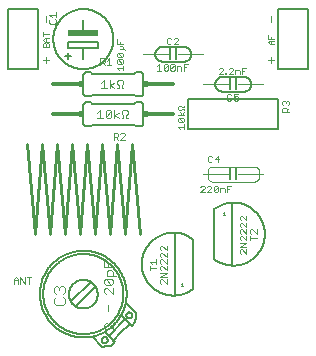
<source format=gto>
G75*
%MOIN*%
%OFA0B0*%
%FSLAX25Y25*%
%IPPOS*%
%LPD*%
%AMOC8*
5,1,8,0,0,1.08239X$1,22.5*
%
%ADD10C,0.00500*%
%ADD11C,0.00300*%
%ADD12C,0.00200*%
%ADD13C,0.00600*%
%ADD14R,0.10000X0.02000*%
%ADD15R,0.01000X0.04000*%
%ADD16C,0.00400*%
%ADD17C,0.00100*%
%ADD18C,0.01000*%
%ADD19R,0.01500X0.02000*%
%ADD20C,0.01200*%
D10*
X0027132Y0018829D02*
X0033641Y0025337D01*
X0035245Y0023733D02*
X0028737Y0017225D01*
X0017901Y0021236D02*
X0017905Y0021563D01*
X0017917Y0021890D01*
X0017937Y0022217D01*
X0017965Y0022543D01*
X0018001Y0022868D01*
X0018045Y0023193D01*
X0018097Y0023516D01*
X0018157Y0023838D01*
X0018225Y0024158D01*
X0018301Y0024476D01*
X0018384Y0024793D01*
X0018475Y0025107D01*
X0018574Y0025419D01*
X0018681Y0025728D01*
X0018795Y0026035D01*
X0018916Y0026339D01*
X0019045Y0026640D01*
X0019181Y0026937D01*
X0019325Y0027232D01*
X0019476Y0027522D01*
X0019633Y0027809D01*
X0019798Y0028092D01*
X0019970Y0028370D01*
X0020148Y0028645D01*
X0020334Y0028914D01*
X0020525Y0029180D01*
X0020723Y0029440D01*
X0020928Y0029696D01*
X0021139Y0029946D01*
X0021355Y0030191D01*
X0021578Y0030431D01*
X0021807Y0030665D01*
X0022041Y0030894D01*
X0022281Y0031117D01*
X0022526Y0031333D01*
X0022776Y0031544D01*
X0023032Y0031749D01*
X0023292Y0031947D01*
X0023558Y0032138D01*
X0023827Y0032324D01*
X0024102Y0032502D01*
X0024380Y0032674D01*
X0024663Y0032839D01*
X0024950Y0032996D01*
X0025240Y0033147D01*
X0025535Y0033291D01*
X0025832Y0033427D01*
X0026133Y0033556D01*
X0026437Y0033677D01*
X0026744Y0033791D01*
X0027053Y0033898D01*
X0027365Y0033997D01*
X0027679Y0034088D01*
X0027996Y0034171D01*
X0028314Y0034247D01*
X0028634Y0034315D01*
X0028956Y0034375D01*
X0029279Y0034427D01*
X0029604Y0034471D01*
X0029929Y0034507D01*
X0030255Y0034535D01*
X0030582Y0034555D01*
X0030909Y0034567D01*
X0031236Y0034571D01*
X0031563Y0034567D01*
X0031890Y0034555D01*
X0032217Y0034535D01*
X0032543Y0034507D01*
X0032868Y0034471D01*
X0033193Y0034427D01*
X0033516Y0034375D01*
X0033838Y0034315D01*
X0034158Y0034247D01*
X0034476Y0034171D01*
X0034793Y0034088D01*
X0035107Y0033997D01*
X0035419Y0033898D01*
X0035728Y0033791D01*
X0036035Y0033677D01*
X0036339Y0033556D01*
X0036640Y0033427D01*
X0036937Y0033291D01*
X0037232Y0033147D01*
X0037522Y0032996D01*
X0037809Y0032839D01*
X0038092Y0032674D01*
X0038370Y0032502D01*
X0038645Y0032324D01*
X0038914Y0032138D01*
X0039180Y0031947D01*
X0039440Y0031749D01*
X0039696Y0031544D01*
X0039946Y0031333D01*
X0040191Y0031117D01*
X0040431Y0030894D01*
X0040665Y0030665D01*
X0040894Y0030431D01*
X0041117Y0030191D01*
X0041333Y0029946D01*
X0041544Y0029696D01*
X0041749Y0029440D01*
X0041947Y0029180D01*
X0042138Y0028914D01*
X0042324Y0028645D01*
X0042502Y0028370D01*
X0042674Y0028092D01*
X0042839Y0027809D01*
X0042996Y0027522D01*
X0043147Y0027232D01*
X0043291Y0026937D01*
X0043427Y0026640D01*
X0043556Y0026339D01*
X0043677Y0026035D01*
X0043791Y0025728D01*
X0043898Y0025419D01*
X0043997Y0025107D01*
X0044088Y0024793D01*
X0044171Y0024476D01*
X0044247Y0024158D01*
X0044315Y0023838D01*
X0044375Y0023516D01*
X0044427Y0023193D01*
X0044471Y0022868D01*
X0044507Y0022543D01*
X0044535Y0022217D01*
X0044555Y0021890D01*
X0044567Y0021563D01*
X0044571Y0021236D01*
X0044567Y0020909D01*
X0044555Y0020582D01*
X0044535Y0020255D01*
X0044507Y0019929D01*
X0044471Y0019604D01*
X0044427Y0019279D01*
X0044375Y0018956D01*
X0044315Y0018634D01*
X0044247Y0018314D01*
X0044171Y0017996D01*
X0044088Y0017679D01*
X0043997Y0017365D01*
X0043898Y0017053D01*
X0043791Y0016744D01*
X0043677Y0016437D01*
X0043556Y0016133D01*
X0043427Y0015832D01*
X0043291Y0015535D01*
X0043147Y0015240D01*
X0042996Y0014950D01*
X0042839Y0014663D01*
X0042674Y0014380D01*
X0042502Y0014102D01*
X0042324Y0013827D01*
X0042138Y0013558D01*
X0041947Y0013292D01*
X0041749Y0013032D01*
X0041544Y0012776D01*
X0041333Y0012526D01*
X0041117Y0012281D01*
X0040894Y0012041D01*
X0040665Y0011807D01*
X0040431Y0011578D01*
X0040191Y0011355D01*
X0039946Y0011139D01*
X0039696Y0010928D01*
X0039440Y0010723D01*
X0039180Y0010525D01*
X0038914Y0010334D01*
X0038645Y0010148D01*
X0038370Y0009970D01*
X0038092Y0009798D01*
X0037809Y0009633D01*
X0037522Y0009476D01*
X0037232Y0009325D01*
X0036937Y0009181D01*
X0036640Y0009045D01*
X0036339Y0008916D01*
X0036035Y0008795D01*
X0035728Y0008681D01*
X0035419Y0008574D01*
X0035107Y0008475D01*
X0034793Y0008384D01*
X0034476Y0008301D01*
X0034158Y0008225D01*
X0033838Y0008157D01*
X0033516Y0008097D01*
X0033193Y0008045D01*
X0032868Y0008001D01*
X0032543Y0007965D01*
X0032217Y0007937D01*
X0031890Y0007917D01*
X0031563Y0007905D01*
X0031236Y0007901D01*
X0030909Y0007905D01*
X0030582Y0007917D01*
X0030255Y0007937D01*
X0029929Y0007965D01*
X0029604Y0008001D01*
X0029279Y0008045D01*
X0028956Y0008097D01*
X0028634Y0008157D01*
X0028314Y0008225D01*
X0027996Y0008301D01*
X0027679Y0008384D01*
X0027365Y0008475D01*
X0027053Y0008574D01*
X0026744Y0008681D01*
X0026437Y0008795D01*
X0026133Y0008916D01*
X0025832Y0009045D01*
X0025535Y0009181D01*
X0025240Y0009325D01*
X0024950Y0009476D01*
X0024663Y0009633D01*
X0024380Y0009798D01*
X0024102Y0009970D01*
X0023827Y0010148D01*
X0023558Y0010334D01*
X0023292Y0010525D01*
X0023032Y0010723D01*
X0022776Y0010928D01*
X0022526Y0011139D01*
X0022281Y0011355D01*
X0022041Y0011578D01*
X0021807Y0011807D01*
X0021578Y0012041D01*
X0021355Y0012281D01*
X0021139Y0012526D01*
X0020928Y0012776D01*
X0020723Y0013032D01*
X0020525Y0013292D01*
X0020334Y0013558D01*
X0020148Y0013827D01*
X0019970Y0014102D01*
X0019798Y0014380D01*
X0019633Y0014663D01*
X0019476Y0014950D01*
X0019325Y0015240D01*
X0019181Y0015535D01*
X0019045Y0015832D01*
X0018916Y0016133D01*
X0018795Y0016437D01*
X0018681Y0016744D01*
X0018574Y0017053D01*
X0018475Y0017365D01*
X0018384Y0017679D01*
X0018301Y0017996D01*
X0018225Y0018314D01*
X0018157Y0018634D01*
X0018097Y0018956D01*
X0018045Y0019279D01*
X0018001Y0019604D01*
X0017965Y0019929D01*
X0017937Y0020255D01*
X0017917Y0020582D01*
X0017905Y0020909D01*
X0017901Y0021236D01*
X0016792Y0021236D02*
X0016796Y0021590D01*
X0016809Y0021945D01*
X0016831Y0022299D01*
X0016862Y0022652D01*
X0016901Y0023004D01*
X0016948Y0023355D01*
X0017005Y0023705D01*
X0017070Y0024054D01*
X0017143Y0024401D01*
X0017225Y0024746D01*
X0017315Y0025088D01*
X0017414Y0025429D01*
X0017521Y0025767D01*
X0017636Y0026102D01*
X0017760Y0026434D01*
X0017891Y0026763D01*
X0018031Y0027089D01*
X0018179Y0027412D01*
X0018334Y0027730D01*
X0018498Y0028045D01*
X0018668Y0028355D01*
X0018847Y0028662D01*
X0019033Y0028964D01*
X0019226Y0029261D01*
X0019427Y0029553D01*
X0019634Y0029840D01*
X0019849Y0030122D01*
X0020071Y0030399D01*
X0020299Y0030670D01*
X0020534Y0030936D01*
X0020775Y0031196D01*
X0021023Y0031449D01*
X0021276Y0031697D01*
X0021536Y0031938D01*
X0021802Y0032173D01*
X0022073Y0032401D01*
X0022350Y0032623D01*
X0022632Y0032838D01*
X0022919Y0033045D01*
X0023211Y0033246D01*
X0023508Y0033439D01*
X0023810Y0033625D01*
X0024117Y0033804D01*
X0024427Y0033974D01*
X0024742Y0034138D01*
X0025060Y0034293D01*
X0025383Y0034441D01*
X0025709Y0034581D01*
X0026038Y0034712D01*
X0026370Y0034836D01*
X0026705Y0034951D01*
X0027043Y0035058D01*
X0027384Y0035157D01*
X0027726Y0035247D01*
X0028071Y0035329D01*
X0028418Y0035402D01*
X0028767Y0035467D01*
X0029117Y0035524D01*
X0029468Y0035571D01*
X0029820Y0035610D01*
X0030173Y0035641D01*
X0030527Y0035663D01*
X0030882Y0035676D01*
X0031236Y0035680D01*
X0031590Y0035676D01*
X0031945Y0035663D01*
X0032299Y0035641D01*
X0032652Y0035610D01*
X0033004Y0035571D01*
X0033355Y0035524D01*
X0033705Y0035467D01*
X0034054Y0035402D01*
X0034401Y0035329D01*
X0034746Y0035247D01*
X0035088Y0035157D01*
X0035429Y0035058D01*
X0035767Y0034951D01*
X0036102Y0034836D01*
X0036434Y0034712D01*
X0036763Y0034581D01*
X0037089Y0034441D01*
X0037412Y0034293D01*
X0037730Y0034138D01*
X0038045Y0033974D01*
X0038355Y0033804D01*
X0038662Y0033625D01*
X0038964Y0033439D01*
X0039261Y0033246D01*
X0039553Y0033045D01*
X0039840Y0032838D01*
X0040122Y0032623D01*
X0040399Y0032401D01*
X0040670Y0032173D01*
X0040936Y0031938D01*
X0041196Y0031697D01*
X0041449Y0031449D01*
X0041697Y0031196D01*
X0041938Y0030936D01*
X0042173Y0030670D01*
X0042401Y0030399D01*
X0042623Y0030122D01*
X0042838Y0029840D01*
X0043045Y0029553D01*
X0043246Y0029261D01*
X0043439Y0028964D01*
X0043625Y0028662D01*
X0043804Y0028355D01*
X0043974Y0028045D01*
X0044138Y0027730D01*
X0044293Y0027412D01*
X0044441Y0027089D01*
X0044581Y0026763D01*
X0044712Y0026434D01*
X0044836Y0026102D01*
X0044951Y0025767D01*
X0045058Y0025429D01*
X0045157Y0025088D01*
X0045247Y0024746D01*
X0045329Y0024401D01*
X0045402Y0024054D01*
X0045467Y0023705D01*
X0045524Y0023355D01*
X0045571Y0023004D01*
X0045610Y0022652D01*
X0045641Y0022299D01*
X0045663Y0021945D01*
X0045676Y0021590D01*
X0045680Y0021236D01*
X0045676Y0020882D01*
X0045663Y0020527D01*
X0045641Y0020173D01*
X0045610Y0019820D01*
X0045571Y0019468D01*
X0045524Y0019117D01*
X0045467Y0018767D01*
X0045402Y0018418D01*
X0045329Y0018071D01*
X0045247Y0017726D01*
X0045157Y0017384D01*
X0045058Y0017043D01*
X0044951Y0016705D01*
X0044836Y0016370D01*
X0044712Y0016038D01*
X0044581Y0015709D01*
X0044441Y0015383D01*
X0044293Y0015060D01*
X0044138Y0014742D01*
X0043974Y0014427D01*
X0043804Y0014117D01*
X0043625Y0013810D01*
X0043439Y0013508D01*
X0043246Y0013211D01*
X0043045Y0012919D01*
X0042838Y0012632D01*
X0042623Y0012350D01*
X0042401Y0012073D01*
X0042173Y0011802D01*
X0041938Y0011536D01*
X0041697Y0011276D01*
X0041449Y0011023D01*
X0041196Y0010775D01*
X0040936Y0010534D01*
X0040670Y0010299D01*
X0040399Y0010071D01*
X0040122Y0009849D01*
X0039840Y0009634D01*
X0039553Y0009427D01*
X0039261Y0009226D01*
X0038964Y0009033D01*
X0038662Y0008847D01*
X0038355Y0008668D01*
X0038045Y0008498D01*
X0037730Y0008334D01*
X0037412Y0008179D01*
X0037089Y0008031D01*
X0036763Y0007891D01*
X0036434Y0007760D01*
X0036102Y0007636D01*
X0035767Y0007521D01*
X0035429Y0007414D01*
X0035088Y0007315D01*
X0034746Y0007225D01*
X0034401Y0007143D01*
X0034054Y0007070D01*
X0033705Y0007005D01*
X0033355Y0006948D01*
X0033004Y0006901D01*
X0032652Y0006862D01*
X0032299Y0006831D01*
X0031945Y0006809D01*
X0031590Y0006796D01*
X0031236Y0006792D01*
X0030882Y0006796D01*
X0030527Y0006809D01*
X0030173Y0006831D01*
X0029820Y0006862D01*
X0029468Y0006901D01*
X0029117Y0006948D01*
X0028767Y0007005D01*
X0028418Y0007070D01*
X0028071Y0007143D01*
X0027726Y0007225D01*
X0027384Y0007315D01*
X0027043Y0007414D01*
X0026705Y0007521D01*
X0026370Y0007636D01*
X0026038Y0007760D01*
X0025709Y0007891D01*
X0025383Y0008031D01*
X0025060Y0008179D01*
X0024742Y0008334D01*
X0024427Y0008498D01*
X0024117Y0008668D01*
X0023810Y0008847D01*
X0023508Y0009033D01*
X0023211Y0009226D01*
X0022919Y0009427D01*
X0022632Y0009634D01*
X0022350Y0009849D01*
X0022073Y0010071D01*
X0021802Y0010299D01*
X0021536Y0010534D01*
X0021276Y0010775D01*
X0021023Y0011023D01*
X0020775Y0011276D01*
X0020534Y0011536D01*
X0020299Y0011802D01*
X0020071Y0012073D01*
X0019849Y0012350D01*
X0019634Y0012632D01*
X0019427Y0012919D01*
X0019226Y0013211D01*
X0019033Y0013508D01*
X0018847Y0013810D01*
X0018668Y0014117D01*
X0018498Y0014427D01*
X0018334Y0014742D01*
X0018179Y0015060D01*
X0018031Y0015383D01*
X0017891Y0015709D01*
X0017760Y0016038D01*
X0017636Y0016370D01*
X0017521Y0016705D01*
X0017414Y0017043D01*
X0017315Y0017384D01*
X0017225Y0017726D01*
X0017143Y0018071D01*
X0017070Y0018418D01*
X0017005Y0018767D01*
X0016948Y0019117D01*
X0016901Y0019468D01*
X0016862Y0019820D01*
X0016831Y0020173D01*
X0016809Y0020527D01*
X0016796Y0020882D01*
X0016792Y0021236D01*
X0026436Y0021236D02*
X0026438Y0021374D01*
X0026444Y0021513D01*
X0026454Y0021651D01*
X0026468Y0021788D01*
X0026486Y0021925D01*
X0026508Y0022062D01*
X0026533Y0022198D01*
X0026563Y0022333D01*
X0026597Y0022467D01*
X0026634Y0022600D01*
X0026675Y0022732D01*
X0026720Y0022863D01*
X0026769Y0022993D01*
X0026821Y0023121D01*
X0026878Y0023247D01*
X0026937Y0023372D01*
X0027001Y0023495D01*
X0027068Y0023616D01*
X0027138Y0023735D01*
X0027212Y0023852D01*
X0027289Y0023967D01*
X0027369Y0024080D01*
X0027453Y0024190D01*
X0027539Y0024298D01*
X0027629Y0024403D01*
X0027722Y0024506D01*
X0027818Y0024606D01*
X0027916Y0024703D01*
X0028017Y0024797D01*
X0028121Y0024888D01*
X0028228Y0024976D01*
X0028337Y0025062D01*
X0028448Y0025144D01*
X0028562Y0025222D01*
X0028678Y0025298D01*
X0028796Y0025370D01*
X0028916Y0025438D01*
X0029038Y0025503D01*
X0029162Y0025565D01*
X0029288Y0025623D01*
X0029415Y0025677D01*
X0029544Y0025728D01*
X0029674Y0025775D01*
X0029805Y0025818D01*
X0029938Y0025857D01*
X0030072Y0025893D01*
X0030206Y0025924D01*
X0030342Y0025952D01*
X0030478Y0025976D01*
X0030615Y0025996D01*
X0030753Y0026012D01*
X0030890Y0026024D01*
X0031029Y0026032D01*
X0031167Y0026036D01*
X0031305Y0026036D01*
X0031443Y0026032D01*
X0031582Y0026024D01*
X0031719Y0026012D01*
X0031857Y0025996D01*
X0031994Y0025976D01*
X0032130Y0025952D01*
X0032266Y0025924D01*
X0032400Y0025893D01*
X0032534Y0025857D01*
X0032667Y0025818D01*
X0032798Y0025775D01*
X0032928Y0025728D01*
X0033057Y0025677D01*
X0033184Y0025623D01*
X0033310Y0025565D01*
X0033434Y0025503D01*
X0033556Y0025438D01*
X0033676Y0025370D01*
X0033794Y0025298D01*
X0033910Y0025222D01*
X0034024Y0025144D01*
X0034135Y0025062D01*
X0034244Y0024976D01*
X0034351Y0024888D01*
X0034455Y0024797D01*
X0034556Y0024703D01*
X0034654Y0024606D01*
X0034750Y0024506D01*
X0034843Y0024403D01*
X0034933Y0024298D01*
X0035019Y0024190D01*
X0035103Y0024080D01*
X0035183Y0023967D01*
X0035260Y0023852D01*
X0035334Y0023735D01*
X0035404Y0023616D01*
X0035471Y0023495D01*
X0035535Y0023372D01*
X0035594Y0023247D01*
X0035651Y0023121D01*
X0035703Y0022993D01*
X0035752Y0022863D01*
X0035797Y0022732D01*
X0035838Y0022600D01*
X0035875Y0022467D01*
X0035909Y0022333D01*
X0035939Y0022198D01*
X0035964Y0022062D01*
X0035986Y0021925D01*
X0036004Y0021788D01*
X0036018Y0021651D01*
X0036028Y0021513D01*
X0036034Y0021374D01*
X0036036Y0021236D01*
X0036034Y0021098D01*
X0036028Y0020959D01*
X0036018Y0020821D01*
X0036004Y0020684D01*
X0035986Y0020547D01*
X0035964Y0020410D01*
X0035939Y0020274D01*
X0035909Y0020139D01*
X0035875Y0020005D01*
X0035838Y0019872D01*
X0035797Y0019740D01*
X0035752Y0019609D01*
X0035703Y0019479D01*
X0035651Y0019351D01*
X0035594Y0019225D01*
X0035535Y0019100D01*
X0035471Y0018977D01*
X0035404Y0018856D01*
X0035334Y0018737D01*
X0035260Y0018620D01*
X0035183Y0018505D01*
X0035103Y0018392D01*
X0035019Y0018282D01*
X0034933Y0018174D01*
X0034843Y0018069D01*
X0034750Y0017966D01*
X0034654Y0017866D01*
X0034556Y0017769D01*
X0034455Y0017675D01*
X0034351Y0017584D01*
X0034244Y0017496D01*
X0034135Y0017410D01*
X0034024Y0017328D01*
X0033910Y0017250D01*
X0033794Y0017174D01*
X0033676Y0017102D01*
X0033556Y0017034D01*
X0033434Y0016969D01*
X0033310Y0016907D01*
X0033184Y0016849D01*
X0033057Y0016795D01*
X0032928Y0016744D01*
X0032798Y0016697D01*
X0032667Y0016654D01*
X0032534Y0016615D01*
X0032400Y0016579D01*
X0032266Y0016548D01*
X0032130Y0016520D01*
X0031994Y0016496D01*
X0031857Y0016476D01*
X0031719Y0016460D01*
X0031582Y0016448D01*
X0031443Y0016440D01*
X0031305Y0016436D01*
X0031167Y0016436D01*
X0031029Y0016440D01*
X0030890Y0016448D01*
X0030753Y0016460D01*
X0030615Y0016476D01*
X0030478Y0016496D01*
X0030342Y0016520D01*
X0030206Y0016548D01*
X0030072Y0016579D01*
X0029938Y0016615D01*
X0029805Y0016654D01*
X0029674Y0016697D01*
X0029544Y0016744D01*
X0029415Y0016795D01*
X0029288Y0016849D01*
X0029162Y0016907D01*
X0029038Y0016969D01*
X0028916Y0017034D01*
X0028796Y0017102D01*
X0028678Y0017174D01*
X0028562Y0017250D01*
X0028448Y0017328D01*
X0028337Y0017410D01*
X0028228Y0017496D01*
X0028121Y0017584D01*
X0028017Y0017675D01*
X0027916Y0017769D01*
X0027818Y0017866D01*
X0027722Y0017966D01*
X0027629Y0018069D01*
X0027539Y0018174D01*
X0027453Y0018282D01*
X0027369Y0018392D01*
X0027289Y0018505D01*
X0027212Y0018620D01*
X0027138Y0018737D01*
X0027068Y0018856D01*
X0027001Y0018977D01*
X0026937Y0019100D01*
X0026878Y0019225D01*
X0026821Y0019351D01*
X0026769Y0019479D01*
X0026720Y0019609D01*
X0026675Y0019740D01*
X0026634Y0019872D01*
X0026597Y0020005D01*
X0026563Y0020139D01*
X0026533Y0020274D01*
X0026508Y0020410D01*
X0026486Y0020547D01*
X0026468Y0020684D01*
X0026454Y0020821D01*
X0026444Y0020959D01*
X0026438Y0021098D01*
X0026436Y0021236D01*
X0038466Y0008511D02*
X0041813Y0005164D01*
X0040529Y0003881D01*
X0039058Y0003774D01*
X0037588Y0003667D01*
X0034379Y0006876D01*
X0037343Y0005957D02*
X0037345Y0006020D01*
X0037351Y0006082D01*
X0037361Y0006144D01*
X0037374Y0006206D01*
X0037392Y0006266D01*
X0037413Y0006325D01*
X0037438Y0006383D01*
X0037467Y0006439D01*
X0037499Y0006493D01*
X0037534Y0006545D01*
X0037572Y0006594D01*
X0037614Y0006642D01*
X0037658Y0006686D01*
X0037706Y0006728D01*
X0037755Y0006766D01*
X0037807Y0006801D01*
X0037861Y0006833D01*
X0037917Y0006862D01*
X0037975Y0006887D01*
X0038034Y0006908D01*
X0038094Y0006926D01*
X0038156Y0006939D01*
X0038218Y0006949D01*
X0038280Y0006955D01*
X0038343Y0006957D01*
X0038406Y0006955D01*
X0038468Y0006949D01*
X0038530Y0006939D01*
X0038592Y0006926D01*
X0038652Y0006908D01*
X0038711Y0006887D01*
X0038769Y0006862D01*
X0038825Y0006833D01*
X0038879Y0006801D01*
X0038931Y0006766D01*
X0038980Y0006728D01*
X0039028Y0006686D01*
X0039072Y0006642D01*
X0039114Y0006594D01*
X0039152Y0006545D01*
X0039187Y0006493D01*
X0039219Y0006439D01*
X0039248Y0006383D01*
X0039273Y0006325D01*
X0039294Y0006266D01*
X0039312Y0006206D01*
X0039325Y0006144D01*
X0039335Y0006082D01*
X0039341Y0006020D01*
X0039343Y0005957D01*
X0039341Y0005894D01*
X0039335Y0005832D01*
X0039325Y0005770D01*
X0039312Y0005708D01*
X0039294Y0005648D01*
X0039273Y0005589D01*
X0039248Y0005531D01*
X0039219Y0005475D01*
X0039187Y0005421D01*
X0039152Y0005369D01*
X0039114Y0005320D01*
X0039072Y0005272D01*
X0039028Y0005228D01*
X0038980Y0005186D01*
X0038931Y0005148D01*
X0038879Y0005113D01*
X0038825Y0005081D01*
X0038769Y0005052D01*
X0038711Y0005027D01*
X0038652Y0005006D01*
X0038592Y0004988D01*
X0038530Y0004975D01*
X0038468Y0004965D01*
X0038406Y0004959D01*
X0038343Y0004957D01*
X0038280Y0004959D01*
X0038218Y0004965D01*
X0038156Y0004975D01*
X0038094Y0004988D01*
X0038034Y0005006D01*
X0037975Y0005027D01*
X0037917Y0005052D01*
X0037861Y0005081D01*
X0037807Y0005113D01*
X0037755Y0005148D01*
X0037706Y0005186D01*
X0037658Y0005228D01*
X0037614Y0005272D01*
X0037572Y0005320D01*
X0037534Y0005369D01*
X0037499Y0005421D01*
X0037467Y0005475D01*
X0037438Y0005531D01*
X0037413Y0005589D01*
X0037392Y0005648D01*
X0037374Y0005708D01*
X0037361Y0005770D01*
X0037351Y0005832D01*
X0037345Y0005894D01*
X0037343Y0005957D01*
X0039679Y0007368D02*
X0045086Y0012775D01*
X0043976Y0014020D02*
X0047322Y0010673D01*
X0048606Y0011957D01*
X0048719Y0013433D01*
X0048831Y0014910D01*
X0045463Y0018278D01*
X0045596Y0014155D02*
X0045598Y0014218D01*
X0045604Y0014280D01*
X0045614Y0014342D01*
X0045627Y0014404D01*
X0045645Y0014464D01*
X0045666Y0014523D01*
X0045691Y0014581D01*
X0045720Y0014637D01*
X0045752Y0014691D01*
X0045787Y0014743D01*
X0045825Y0014792D01*
X0045867Y0014840D01*
X0045911Y0014884D01*
X0045959Y0014926D01*
X0046008Y0014964D01*
X0046060Y0014999D01*
X0046114Y0015031D01*
X0046170Y0015060D01*
X0046228Y0015085D01*
X0046287Y0015106D01*
X0046347Y0015124D01*
X0046409Y0015137D01*
X0046471Y0015147D01*
X0046533Y0015153D01*
X0046596Y0015155D01*
X0046659Y0015153D01*
X0046721Y0015147D01*
X0046783Y0015137D01*
X0046845Y0015124D01*
X0046905Y0015106D01*
X0046964Y0015085D01*
X0047022Y0015060D01*
X0047078Y0015031D01*
X0047132Y0014999D01*
X0047184Y0014964D01*
X0047233Y0014926D01*
X0047281Y0014884D01*
X0047325Y0014840D01*
X0047367Y0014792D01*
X0047405Y0014743D01*
X0047440Y0014691D01*
X0047472Y0014637D01*
X0047501Y0014581D01*
X0047526Y0014523D01*
X0047547Y0014464D01*
X0047565Y0014404D01*
X0047578Y0014342D01*
X0047588Y0014280D01*
X0047594Y0014218D01*
X0047596Y0014155D01*
X0047594Y0014092D01*
X0047588Y0014030D01*
X0047578Y0013968D01*
X0047565Y0013906D01*
X0047547Y0013846D01*
X0047526Y0013787D01*
X0047501Y0013729D01*
X0047472Y0013673D01*
X0047440Y0013619D01*
X0047405Y0013567D01*
X0047367Y0013518D01*
X0047325Y0013470D01*
X0047281Y0013426D01*
X0047233Y0013384D01*
X0047184Y0013346D01*
X0047132Y0013311D01*
X0047078Y0013279D01*
X0047022Y0013250D01*
X0046964Y0013225D01*
X0046905Y0013204D01*
X0046845Y0013186D01*
X0046783Y0013173D01*
X0046721Y0013163D01*
X0046659Y0013157D01*
X0046596Y0013155D01*
X0046533Y0013157D01*
X0046471Y0013163D01*
X0046409Y0013173D01*
X0046347Y0013186D01*
X0046287Y0013204D01*
X0046228Y0013225D01*
X0046170Y0013250D01*
X0046114Y0013279D01*
X0046060Y0013311D01*
X0046008Y0013346D01*
X0045959Y0013384D01*
X0045911Y0013426D01*
X0045867Y0013470D01*
X0045825Y0013518D01*
X0045787Y0013567D01*
X0045752Y0013619D01*
X0045720Y0013673D01*
X0045691Y0013729D01*
X0045666Y0013787D01*
X0045645Y0013846D01*
X0045627Y0013906D01*
X0045614Y0013968D01*
X0045604Y0014030D01*
X0045598Y0014092D01*
X0045596Y0014155D01*
X0046489Y0011059D02*
X0043958Y0008528D01*
X0043957Y0008528D02*
X0041176Y0005747D01*
X0061736Y0020748D02*
X0061736Y0041724D01*
X0067736Y0039484D02*
X0067736Y0022988D01*
X0067547Y0022842D01*
X0067354Y0022701D01*
X0067159Y0022564D01*
X0066960Y0022431D01*
X0066758Y0022303D01*
X0066553Y0022180D01*
X0066346Y0022061D01*
X0066136Y0021947D01*
X0065923Y0021838D01*
X0065708Y0021734D01*
X0061737Y0020748D02*
X0061481Y0020739D01*
X0061225Y0020736D01*
X0060969Y0020739D01*
X0060713Y0020749D01*
X0060458Y0020765D01*
X0060203Y0020787D01*
X0059948Y0020815D01*
X0059695Y0020850D01*
X0059442Y0020891D01*
X0059190Y0020937D01*
X0058940Y0020990D01*
X0058691Y0021049D01*
X0058443Y0021115D01*
X0058197Y0021186D01*
X0057953Y0021263D01*
X0057711Y0021346D01*
X0057471Y0021435D01*
X0057233Y0021529D01*
X0056998Y0021630D01*
X0056765Y0021736D01*
X0061736Y0020748D02*
X0061993Y0020763D01*
X0062250Y0020785D01*
X0062506Y0020813D01*
X0062761Y0020847D01*
X0063015Y0020888D01*
X0063268Y0020935D01*
X0063520Y0020988D01*
X0063771Y0021047D01*
X0064020Y0021112D01*
X0064267Y0021183D01*
X0064513Y0021260D01*
X0064757Y0021344D01*
X0064998Y0021433D01*
X0065237Y0021528D01*
X0065474Y0021629D01*
X0065708Y0021736D01*
X0061737Y0041724D02*
X0061481Y0041733D01*
X0061225Y0041736D01*
X0060969Y0041733D01*
X0060713Y0041723D01*
X0060458Y0041707D01*
X0060203Y0041685D01*
X0059948Y0041657D01*
X0059695Y0041622D01*
X0059442Y0041581D01*
X0059190Y0041535D01*
X0058940Y0041482D01*
X0058691Y0041423D01*
X0058443Y0041357D01*
X0058197Y0041286D01*
X0057953Y0041209D01*
X0057711Y0041126D01*
X0057471Y0041037D01*
X0057233Y0040943D01*
X0056998Y0040842D01*
X0056765Y0040736D01*
X0065614Y0040782D02*
X0065839Y0040675D01*
X0066062Y0040563D01*
X0066282Y0040446D01*
X0066499Y0040324D01*
X0066714Y0040196D01*
X0066925Y0040063D01*
X0067133Y0039926D01*
X0067337Y0039783D01*
X0067539Y0039636D01*
X0067736Y0039484D01*
X0074736Y0032988D02*
X0074736Y0049484D01*
X0080736Y0051724D02*
X0080736Y0030748D01*
X0076859Y0031690D02*
X0076634Y0031797D01*
X0076411Y0031909D01*
X0076191Y0032026D01*
X0075974Y0032148D01*
X0075759Y0032276D01*
X0075548Y0032409D01*
X0075340Y0032546D01*
X0075136Y0032689D01*
X0074934Y0032836D01*
X0074737Y0032988D01*
X0080736Y0030748D02*
X0080992Y0030739D01*
X0081248Y0030736D01*
X0081504Y0030739D01*
X0081760Y0030749D01*
X0082015Y0030765D01*
X0082270Y0030787D01*
X0082525Y0030815D01*
X0082778Y0030850D01*
X0083031Y0030891D01*
X0083283Y0030937D01*
X0083533Y0030990D01*
X0083782Y0031049D01*
X0084030Y0031115D01*
X0084276Y0031186D01*
X0084520Y0031263D01*
X0084762Y0031346D01*
X0085002Y0031435D01*
X0085240Y0031529D01*
X0085475Y0031630D01*
X0085708Y0031736D01*
X0080737Y0030748D02*
X0080480Y0030763D01*
X0080223Y0030785D01*
X0079967Y0030813D01*
X0079712Y0030847D01*
X0079458Y0030888D01*
X0079205Y0030935D01*
X0078953Y0030988D01*
X0078702Y0031047D01*
X0078453Y0031112D01*
X0078206Y0031183D01*
X0077960Y0031260D01*
X0077716Y0031344D01*
X0077475Y0031433D01*
X0077236Y0031528D01*
X0076999Y0031629D01*
X0076765Y0031736D01*
X0080736Y0051724D02*
X0080992Y0051733D01*
X0081248Y0051736D01*
X0081504Y0051733D01*
X0081760Y0051723D01*
X0082015Y0051707D01*
X0082270Y0051685D01*
X0082525Y0051657D01*
X0082778Y0051622D01*
X0083031Y0051581D01*
X0083283Y0051535D01*
X0083533Y0051482D01*
X0083782Y0051423D01*
X0084030Y0051357D01*
X0084276Y0051286D01*
X0084520Y0051209D01*
X0084762Y0051126D01*
X0085002Y0051037D01*
X0085240Y0050943D01*
X0085475Y0050842D01*
X0085708Y0050736D01*
X0076765Y0050738D02*
X0076550Y0050634D01*
X0076337Y0050525D01*
X0076127Y0050411D01*
X0075920Y0050292D01*
X0075715Y0050169D01*
X0075513Y0050041D01*
X0075314Y0049908D01*
X0075119Y0049771D01*
X0074926Y0049630D01*
X0074737Y0049484D01*
X0085708Y0050736D02*
X0085938Y0050624D01*
X0086165Y0050507D01*
X0086389Y0050385D01*
X0086610Y0050257D01*
X0086827Y0050123D01*
X0087042Y0049985D01*
X0087253Y0049841D01*
X0087460Y0049692D01*
X0087664Y0049538D01*
X0087864Y0049380D01*
X0088060Y0049216D01*
X0088252Y0049048D01*
X0088440Y0048875D01*
X0088624Y0048697D01*
X0088803Y0048516D01*
X0088978Y0048329D01*
X0089148Y0048139D01*
X0089313Y0047945D01*
X0089474Y0047746D01*
X0089630Y0047544D01*
X0089781Y0047338D01*
X0089927Y0047128D01*
X0090067Y0046915D01*
X0090203Y0046699D01*
X0090333Y0046479D01*
X0090458Y0046256D01*
X0090577Y0046031D01*
X0090691Y0045802D01*
X0090799Y0045571D01*
X0090902Y0045337D01*
X0090999Y0045101D01*
X0091090Y0044862D01*
X0091175Y0044622D01*
X0091255Y0044379D01*
X0091328Y0044134D01*
X0091396Y0043888D01*
X0091457Y0043640D01*
X0091512Y0043391D01*
X0091562Y0043141D01*
X0091605Y0042889D01*
X0091642Y0042636D01*
X0091673Y0042383D01*
X0091698Y0042129D01*
X0091717Y0041874D01*
X0091729Y0041619D01*
X0091735Y0041364D01*
X0091735Y0041108D01*
X0091729Y0040853D01*
X0091717Y0040598D01*
X0091698Y0040343D01*
X0091673Y0040089D01*
X0091642Y0039836D01*
X0091605Y0039583D01*
X0091562Y0039331D01*
X0091512Y0039081D01*
X0091457Y0038832D01*
X0091396Y0038584D01*
X0091328Y0038338D01*
X0091255Y0038093D01*
X0091175Y0037850D01*
X0091090Y0037610D01*
X0090999Y0037371D01*
X0090902Y0037135D01*
X0090799Y0036901D01*
X0090691Y0036670D01*
X0090577Y0036441D01*
X0090458Y0036216D01*
X0090333Y0035993D01*
X0090203Y0035773D01*
X0090067Y0035557D01*
X0089927Y0035344D01*
X0089781Y0035134D01*
X0089630Y0034928D01*
X0089474Y0034726D01*
X0089313Y0034527D01*
X0089148Y0034333D01*
X0088978Y0034143D01*
X0088803Y0033956D01*
X0088624Y0033775D01*
X0088440Y0033597D01*
X0088252Y0033424D01*
X0088060Y0033256D01*
X0087864Y0033092D01*
X0087664Y0032934D01*
X0087460Y0032780D01*
X0087253Y0032631D01*
X0087042Y0032487D01*
X0086827Y0032349D01*
X0086610Y0032215D01*
X0086389Y0032087D01*
X0086165Y0031965D01*
X0085938Y0031848D01*
X0085708Y0031736D01*
X0080737Y0051724D02*
X0080480Y0051709D01*
X0080223Y0051687D01*
X0079967Y0051659D01*
X0079712Y0051625D01*
X0079458Y0051584D01*
X0079205Y0051537D01*
X0078953Y0051484D01*
X0078702Y0051425D01*
X0078453Y0051360D01*
X0078206Y0051289D01*
X0077960Y0051212D01*
X0077716Y0051128D01*
X0077475Y0051039D01*
X0077236Y0050944D01*
X0076999Y0050843D01*
X0076765Y0050736D01*
X0056764Y0040736D02*
X0056534Y0040624D01*
X0056307Y0040507D01*
X0056083Y0040385D01*
X0055862Y0040257D01*
X0055645Y0040123D01*
X0055430Y0039985D01*
X0055219Y0039841D01*
X0055012Y0039692D01*
X0054808Y0039538D01*
X0054608Y0039380D01*
X0054412Y0039216D01*
X0054220Y0039048D01*
X0054032Y0038875D01*
X0053848Y0038697D01*
X0053669Y0038516D01*
X0053494Y0038329D01*
X0053324Y0038139D01*
X0053159Y0037945D01*
X0052998Y0037746D01*
X0052842Y0037544D01*
X0052691Y0037338D01*
X0052545Y0037128D01*
X0052405Y0036915D01*
X0052269Y0036699D01*
X0052139Y0036479D01*
X0052014Y0036256D01*
X0051895Y0036031D01*
X0051781Y0035802D01*
X0051673Y0035571D01*
X0051570Y0035337D01*
X0051473Y0035101D01*
X0051382Y0034862D01*
X0051297Y0034622D01*
X0051217Y0034379D01*
X0051144Y0034134D01*
X0051076Y0033888D01*
X0051015Y0033640D01*
X0050960Y0033391D01*
X0050910Y0033141D01*
X0050867Y0032889D01*
X0050830Y0032636D01*
X0050799Y0032383D01*
X0050774Y0032129D01*
X0050755Y0031874D01*
X0050743Y0031619D01*
X0050737Y0031364D01*
X0050737Y0031108D01*
X0050743Y0030853D01*
X0050755Y0030598D01*
X0050774Y0030343D01*
X0050799Y0030089D01*
X0050830Y0029836D01*
X0050867Y0029583D01*
X0050910Y0029331D01*
X0050960Y0029081D01*
X0051015Y0028832D01*
X0051076Y0028584D01*
X0051144Y0028338D01*
X0051217Y0028093D01*
X0051297Y0027850D01*
X0051382Y0027610D01*
X0051473Y0027371D01*
X0051570Y0027135D01*
X0051673Y0026901D01*
X0051781Y0026670D01*
X0051895Y0026441D01*
X0052014Y0026216D01*
X0052139Y0025993D01*
X0052269Y0025773D01*
X0052405Y0025557D01*
X0052545Y0025344D01*
X0052691Y0025134D01*
X0052842Y0024928D01*
X0052998Y0024726D01*
X0053159Y0024527D01*
X0053324Y0024333D01*
X0053494Y0024143D01*
X0053669Y0023956D01*
X0053848Y0023775D01*
X0054032Y0023597D01*
X0054220Y0023424D01*
X0054412Y0023256D01*
X0054608Y0023092D01*
X0054808Y0022934D01*
X0055012Y0022780D01*
X0055219Y0022631D01*
X0055430Y0022487D01*
X0055645Y0022349D01*
X0055862Y0022215D01*
X0056083Y0022087D01*
X0056307Y0021965D01*
X0056534Y0021848D01*
X0056764Y0021736D01*
X0061736Y0041724D02*
X0061993Y0041709D01*
X0062250Y0041687D01*
X0062506Y0041659D01*
X0062761Y0041625D01*
X0063015Y0041584D01*
X0063268Y0041537D01*
X0063520Y0041484D01*
X0063771Y0041425D01*
X0064020Y0041360D01*
X0064267Y0041289D01*
X0064513Y0041212D01*
X0064757Y0041128D01*
X0064998Y0041039D01*
X0065237Y0040944D01*
X0065474Y0040843D01*
X0065708Y0040736D01*
X0066236Y0076236D02*
X0096236Y0076236D01*
X0096236Y0086236D01*
X0066236Y0086236D01*
X0066236Y0076236D01*
X0077736Y0088736D02*
X0084736Y0088736D01*
X0084834Y0088738D01*
X0084932Y0088744D01*
X0085030Y0088753D01*
X0085127Y0088767D01*
X0085224Y0088784D01*
X0085320Y0088805D01*
X0085415Y0088830D01*
X0085509Y0088858D01*
X0085601Y0088891D01*
X0085693Y0088926D01*
X0085783Y0088966D01*
X0085871Y0089008D01*
X0085958Y0089055D01*
X0086042Y0089104D01*
X0086125Y0089157D01*
X0086205Y0089213D01*
X0086284Y0089273D01*
X0086360Y0089335D01*
X0086433Y0089400D01*
X0086504Y0089468D01*
X0086572Y0089539D01*
X0086637Y0089612D01*
X0086699Y0089688D01*
X0086759Y0089767D01*
X0086815Y0089847D01*
X0086868Y0089930D01*
X0086917Y0090014D01*
X0086964Y0090101D01*
X0087006Y0090189D01*
X0087046Y0090279D01*
X0087081Y0090371D01*
X0087114Y0090463D01*
X0087142Y0090557D01*
X0087167Y0090652D01*
X0087188Y0090748D01*
X0087205Y0090845D01*
X0087219Y0090942D01*
X0087228Y0091040D01*
X0087234Y0091138D01*
X0087236Y0091236D01*
X0087234Y0091334D01*
X0087228Y0091432D01*
X0087219Y0091530D01*
X0087205Y0091627D01*
X0087188Y0091724D01*
X0087167Y0091820D01*
X0087142Y0091915D01*
X0087114Y0092009D01*
X0087081Y0092101D01*
X0087046Y0092193D01*
X0087006Y0092283D01*
X0086964Y0092371D01*
X0086917Y0092458D01*
X0086868Y0092542D01*
X0086815Y0092625D01*
X0086759Y0092705D01*
X0086699Y0092784D01*
X0086637Y0092860D01*
X0086572Y0092933D01*
X0086504Y0093004D01*
X0086433Y0093072D01*
X0086360Y0093137D01*
X0086284Y0093199D01*
X0086205Y0093259D01*
X0086125Y0093315D01*
X0086042Y0093368D01*
X0085958Y0093417D01*
X0085871Y0093464D01*
X0085783Y0093506D01*
X0085693Y0093546D01*
X0085601Y0093581D01*
X0085509Y0093614D01*
X0085415Y0093642D01*
X0085320Y0093667D01*
X0085224Y0093688D01*
X0085127Y0093705D01*
X0085030Y0093719D01*
X0084932Y0093728D01*
X0084834Y0093734D01*
X0084736Y0093736D01*
X0077736Y0093736D01*
X0077638Y0093734D01*
X0077540Y0093728D01*
X0077442Y0093719D01*
X0077345Y0093705D01*
X0077248Y0093688D01*
X0077152Y0093667D01*
X0077057Y0093642D01*
X0076963Y0093614D01*
X0076871Y0093581D01*
X0076779Y0093546D01*
X0076689Y0093506D01*
X0076601Y0093464D01*
X0076514Y0093417D01*
X0076430Y0093368D01*
X0076347Y0093315D01*
X0076267Y0093259D01*
X0076188Y0093199D01*
X0076112Y0093137D01*
X0076039Y0093072D01*
X0075968Y0093004D01*
X0075900Y0092933D01*
X0075835Y0092860D01*
X0075773Y0092784D01*
X0075713Y0092705D01*
X0075657Y0092625D01*
X0075604Y0092542D01*
X0075555Y0092458D01*
X0075508Y0092371D01*
X0075466Y0092283D01*
X0075426Y0092193D01*
X0075391Y0092101D01*
X0075358Y0092009D01*
X0075330Y0091915D01*
X0075305Y0091820D01*
X0075284Y0091724D01*
X0075267Y0091627D01*
X0075253Y0091530D01*
X0075244Y0091432D01*
X0075238Y0091334D01*
X0075236Y0091236D01*
X0075238Y0091138D01*
X0075244Y0091040D01*
X0075253Y0090942D01*
X0075267Y0090845D01*
X0075284Y0090748D01*
X0075305Y0090652D01*
X0075330Y0090557D01*
X0075358Y0090463D01*
X0075391Y0090371D01*
X0075426Y0090279D01*
X0075466Y0090189D01*
X0075508Y0090101D01*
X0075555Y0090014D01*
X0075604Y0089930D01*
X0075657Y0089847D01*
X0075713Y0089767D01*
X0075773Y0089688D01*
X0075835Y0089612D01*
X0075900Y0089539D01*
X0075968Y0089468D01*
X0076039Y0089400D01*
X0076112Y0089335D01*
X0076188Y0089273D01*
X0076267Y0089213D01*
X0076347Y0089157D01*
X0076430Y0089104D01*
X0076514Y0089055D01*
X0076601Y0089008D01*
X0076689Y0088966D01*
X0076779Y0088926D01*
X0076871Y0088891D01*
X0076963Y0088858D01*
X0077057Y0088830D01*
X0077152Y0088805D01*
X0077248Y0088784D01*
X0077345Y0088767D01*
X0077442Y0088753D01*
X0077540Y0088744D01*
X0077638Y0088738D01*
X0077736Y0088736D01*
X0084736Y0088736D02*
X0084834Y0088738D01*
X0084932Y0088744D01*
X0085030Y0088753D01*
X0085127Y0088767D01*
X0085224Y0088784D01*
X0085320Y0088805D01*
X0085415Y0088830D01*
X0085509Y0088858D01*
X0085601Y0088891D01*
X0085693Y0088926D01*
X0085783Y0088966D01*
X0085871Y0089008D01*
X0085958Y0089055D01*
X0086042Y0089104D01*
X0086125Y0089157D01*
X0086205Y0089213D01*
X0086284Y0089273D01*
X0086360Y0089335D01*
X0086433Y0089400D01*
X0086504Y0089468D01*
X0086572Y0089539D01*
X0086637Y0089612D01*
X0086699Y0089688D01*
X0086759Y0089767D01*
X0086815Y0089847D01*
X0086868Y0089930D01*
X0086917Y0090014D01*
X0086964Y0090101D01*
X0087006Y0090189D01*
X0087046Y0090279D01*
X0087081Y0090371D01*
X0087114Y0090463D01*
X0087142Y0090557D01*
X0087167Y0090652D01*
X0087188Y0090748D01*
X0087205Y0090845D01*
X0087219Y0090942D01*
X0087228Y0091040D01*
X0087234Y0091138D01*
X0087236Y0091236D01*
X0096236Y0096236D02*
X0106236Y0096236D01*
X0106236Y0116236D01*
X0096236Y0116236D01*
X0096236Y0096236D01*
X0064736Y0098736D02*
X0057736Y0098736D01*
X0055236Y0101236D02*
X0055238Y0101334D01*
X0055244Y0101432D01*
X0055253Y0101530D01*
X0055267Y0101627D01*
X0055284Y0101724D01*
X0055305Y0101820D01*
X0055330Y0101915D01*
X0055358Y0102009D01*
X0055391Y0102101D01*
X0055426Y0102193D01*
X0055466Y0102283D01*
X0055508Y0102371D01*
X0055555Y0102458D01*
X0055604Y0102542D01*
X0055657Y0102625D01*
X0055713Y0102705D01*
X0055773Y0102784D01*
X0055835Y0102860D01*
X0055900Y0102933D01*
X0055968Y0103004D01*
X0056039Y0103072D01*
X0056112Y0103137D01*
X0056188Y0103199D01*
X0056267Y0103259D01*
X0056347Y0103315D01*
X0056430Y0103368D01*
X0056514Y0103417D01*
X0056601Y0103464D01*
X0056689Y0103506D01*
X0056779Y0103546D01*
X0056871Y0103581D01*
X0056963Y0103614D01*
X0057057Y0103642D01*
X0057152Y0103667D01*
X0057248Y0103688D01*
X0057345Y0103705D01*
X0057442Y0103719D01*
X0057540Y0103728D01*
X0057638Y0103734D01*
X0057736Y0103736D01*
X0064736Y0103736D01*
X0067236Y0101236D02*
X0067234Y0101138D01*
X0067228Y0101040D01*
X0067219Y0100942D01*
X0067205Y0100845D01*
X0067188Y0100748D01*
X0067167Y0100652D01*
X0067142Y0100557D01*
X0067114Y0100463D01*
X0067081Y0100371D01*
X0067046Y0100279D01*
X0067006Y0100189D01*
X0066964Y0100101D01*
X0066917Y0100014D01*
X0066868Y0099930D01*
X0066815Y0099847D01*
X0066759Y0099767D01*
X0066699Y0099688D01*
X0066637Y0099612D01*
X0066572Y0099539D01*
X0066504Y0099468D01*
X0066433Y0099400D01*
X0066360Y0099335D01*
X0066284Y0099273D01*
X0066205Y0099213D01*
X0066125Y0099157D01*
X0066042Y0099104D01*
X0065958Y0099055D01*
X0065871Y0099008D01*
X0065783Y0098966D01*
X0065693Y0098926D01*
X0065601Y0098891D01*
X0065509Y0098858D01*
X0065415Y0098830D01*
X0065320Y0098805D01*
X0065224Y0098784D01*
X0065127Y0098767D01*
X0065030Y0098753D01*
X0064932Y0098744D01*
X0064834Y0098738D01*
X0064736Y0098736D01*
X0067236Y0101236D02*
X0067234Y0101334D01*
X0067228Y0101432D01*
X0067219Y0101530D01*
X0067205Y0101627D01*
X0067188Y0101724D01*
X0067167Y0101820D01*
X0067142Y0101915D01*
X0067114Y0102009D01*
X0067081Y0102101D01*
X0067046Y0102193D01*
X0067006Y0102283D01*
X0066964Y0102371D01*
X0066917Y0102458D01*
X0066868Y0102542D01*
X0066815Y0102625D01*
X0066759Y0102705D01*
X0066699Y0102784D01*
X0066637Y0102860D01*
X0066572Y0102933D01*
X0066504Y0103004D01*
X0066433Y0103072D01*
X0066360Y0103137D01*
X0066284Y0103199D01*
X0066205Y0103259D01*
X0066125Y0103315D01*
X0066042Y0103368D01*
X0065958Y0103417D01*
X0065871Y0103464D01*
X0065783Y0103506D01*
X0065693Y0103546D01*
X0065601Y0103581D01*
X0065509Y0103614D01*
X0065415Y0103642D01*
X0065320Y0103667D01*
X0065224Y0103688D01*
X0065127Y0103705D01*
X0065030Y0103719D01*
X0064932Y0103728D01*
X0064834Y0103734D01*
X0064736Y0103736D01*
X0057736Y0098736D02*
X0057638Y0098738D01*
X0057540Y0098744D01*
X0057442Y0098753D01*
X0057345Y0098767D01*
X0057248Y0098784D01*
X0057152Y0098805D01*
X0057057Y0098830D01*
X0056963Y0098858D01*
X0056871Y0098891D01*
X0056779Y0098926D01*
X0056689Y0098966D01*
X0056601Y0099008D01*
X0056514Y0099055D01*
X0056430Y0099104D01*
X0056347Y0099157D01*
X0056267Y0099213D01*
X0056188Y0099273D01*
X0056112Y0099335D01*
X0056039Y0099400D01*
X0055968Y0099468D01*
X0055900Y0099539D01*
X0055835Y0099612D01*
X0055773Y0099688D01*
X0055713Y0099767D01*
X0055657Y0099847D01*
X0055604Y0099930D01*
X0055555Y0100014D01*
X0055508Y0100101D01*
X0055466Y0100189D01*
X0055426Y0100279D01*
X0055391Y0100371D01*
X0055358Y0100463D01*
X0055330Y0100557D01*
X0055305Y0100652D01*
X0055284Y0100748D01*
X0055267Y0100845D01*
X0055253Y0100942D01*
X0055244Y0101040D01*
X0055238Y0101138D01*
X0055236Y0101236D01*
X0055238Y0101334D01*
X0055244Y0101432D01*
X0055253Y0101530D01*
X0055267Y0101627D01*
X0055284Y0101724D01*
X0055305Y0101820D01*
X0055330Y0101915D01*
X0055358Y0102009D01*
X0055391Y0102101D01*
X0055426Y0102193D01*
X0055466Y0102283D01*
X0055508Y0102371D01*
X0055555Y0102458D01*
X0055604Y0102542D01*
X0055657Y0102625D01*
X0055713Y0102705D01*
X0055773Y0102784D01*
X0055835Y0102860D01*
X0055900Y0102933D01*
X0055968Y0103004D01*
X0056039Y0103072D01*
X0056112Y0103137D01*
X0056188Y0103199D01*
X0056267Y0103259D01*
X0056347Y0103315D01*
X0056430Y0103368D01*
X0056514Y0103417D01*
X0056601Y0103464D01*
X0056689Y0103506D01*
X0056779Y0103546D01*
X0056871Y0103581D01*
X0056963Y0103614D01*
X0057057Y0103642D01*
X0057152Y0103667D01*
X0057248Y0103688D01*
X0057345Y0103705D01*
X0057442Y0103719D01*
X0057540Y0103728D01*
X0057638Y0103734D01*
X0057736Y0103736D01*
X0016236Y0096236D02*
X0016236Y0116236D01*
X0006236Y0116236D01*
X0006236Y0096236D01*
X0016236Y0096236D01*
D11*
X0021383Y0018320D02*
X0022000Y0017703D01*
X0024469Y0017703D01*
X0025086Y0018320D01*
X0025086Y0019555D01*
X0024469Y0020172D01*
X0024469Y0021386D02*
X0025086Y0022003D01*
X0025086Y0023238D01*
X0024469Y0023855D01*
X0023852Y0023855D01*
X0023235Y0023238D01*
X0023235Y0022621D01*
X0023235Y0023238D02*
X0022617Y0023855D01*
X0022000Y0023855D01*
X0021383Y0023238D01*
X0021383Y0022003D01*
X0022000Y0021386D01*
X0022000Y0020172D02*
X0021383Y0019555D01*
X0021383Y0018320D01*
X0038184Y0021870D02*
X0038667Y0021386D01*
X0038184Y0021870D02*
X0038184Y0022837D01*
X0038667Y0023321D01*
X0039151Y0023321D01*
X0041086Y0021386D01*
X0041086Y0023321D01*
X0040602Y0024333D02*
X0038667Y0026268D01*
X0040602Y0026268D01*
X0041086Y0025784D01*
X0041086Y0024816D01*
X0040602Y0024333D01*
X0038667Y0024333D01*
X0038184Y0024816D01*
X0038184Y0025784D01*
X0038667Y0026268D01*
X0039151Y0027279D02*
X0039151Y0028730D01*
X0039635Y0029214D01*
X0040602Y0029214D01*
X0041086Y0028730D01*
X0041086Y0027279D01*
X0042054Y0027279D02*
X0039151Y0027279D01*
X0039635Y0030226D02*
X0039635Y0031193D01*
X0041086Y0030226D02*
X0038184Y0030226D01*
X0038184Y0032161D01*
X0039635Y0017428D02*
X0039635Y0015493D01*
X0039151Y0011535D02*
X0038667Y0011535D01*
X0038184Y0011051D01*
X0038184Y0010084D01*
X0038667Y0009600D01*
X0039151Y0011535D02*
X0041086Y0009600D01*
X0041086Y0011535D01*
X0041632Y0079786D02*
X0041632Y0082689D01*
X0040620Y0082205D02*
X0038685Y0080270D01*
X0039169Y0079786D01*
X0040136Y0079786D01*
X0040620Y0080270D01*
X0040620Y0082205D01*
X0040136Y0082689D01*
X0039169Y0082689D01*
X0038685Y0082205D01*
X0038685Y0080270D01*
X0037674Y0079786D02*
X0035739Y0079786D01*
X0036706Y0079786D02*
X0036706Y0082689D01*
X0035739Y0081721D01*
X0041632Y0080754D02*
X0043083Y0081721D01*
X0044087Y0081237D02*
X0044571Y0080754D01*
X0044571Y0079786D01*
X0044087Y0079786D01*
X0043083Y0079786D02*
X0041632Y0080754D01*
X0044087Y0081237D02*
X0044087Y0082205D01*
X0044571Y0082689D01*
X0045538Y0082689D01*
X0046022Y0082205D01*
X0046022Y0081237D01*
X0045538Y0080754D01*
X0045538Y0079786D01*
X0046022Y0079786D01*
X0044549Y0089786D02*
X0044065Y0089786D01*
X0044065Y0090754D01*
X0044549Y0091237D01*
X0044549Y0092205D01*
X0044065Y0092689D01*
X0043098Y0092689D01*
X0042614Y0092205D01*
X0042614Y0091237D01*
X0043098Y0090754D01*
X0043098Y0089786D01*
X0042614Y0089786D01*
X0041610Y0089786D02*
X0040159Y0090754D01*
X0041610Y0091721D01*
X0040159Y0092689D02*
X0040159Y0089786D01*
X0039147Y0089786D02*
X0037212Y0089786D01*
X0038179Y0089786D02*
X0038179Y0092689D01*
X0037212Y0091721D01*
X0051236Y0101236D02*
X0059736Y0101236D01*
X0062786Y0101236D02*
X0071236Y0101236D01*
X0071236Y0091236D02*
X0079686Y0091236D01*
X0082736Y0091236D02*
X0091236Y0091236D01*
X0093861Y0098236D02*
X0093861Y0100236D01*
X0094861Y0099236D02*
X0092861Y0099236D01*
X0093861Y0111986D02*
X0093861Y0113986D01*
X0019861Y0099236D02*
X0017861Y0099236D01*
X0018861Y0100236D02*
X0018861Y0098236D01*
X0018861Y0111986D02*
X0018861Y0113986D01*
D12*
X0019934Y0114360D02*
X0022136Y0114360D01*
X0022136Y0113626D02*
X0022136Y0115094D01*
X0020668Y0113626D02*
X0019934Y0114360D01*
X0020301Y0112884D02*
X0019934Y0112517D01*
X0019934Y0111783D01*
X0020301Y0111416D01*
X0021769Y0111416D01*
X0022136Y0111783D01*
X0022136Y0112517D01*
X0021769Y0112884D01*
X0019761Y0107858D02*
X0017960Y0107858D01*
X0017960Y0108458D02*
X0017960Y0107257D01*
X0018560Y0106616D02*
X0017960Y0106016D01*
X0018560Y0105415D01*
X0019761Y0105415D01*
X0019461Y0104775D02*
X0019761Y0104475D01*
X0019761Y0103574D01*
X0017960Y0103574D01*
X0017960Y0104475D01*
X0018260Y0104775D01*
X0018560Y0104775D01*
X0018860Y0104475D01*
X0018860Y0103574D01*
X0018860Y0104475D02*
X0019161Y0104775D01*
X0019461Y0104775D01*
X0018860Y0105415D02*
X0018860Y0106616D01*
X0018560Y0106616D02*
X0019761Y0106616D01*
X0036916Y0099788D02*
X0036916Y0097586D01*
X0036916Y0098320D02*
X0038017Y0098320D01*
X0038384Y0098687D01*
X0038384Y0099421D01*
X0038017Y0099788D01*
X0036916Y0099788D01*
X0037650Y0098320D02*
X0038384Y0097586D01*
X0039126Y0097586D02*
X0040594Y0097586D01*
X0039860Y0097586D02*
X0039860Y0099788D01*
X0039126Y0099054D01*
X0042334Y0099147D02*
X0042701Y0099514D01*
X0044169Y0098046D01*
X0044536Y0098413D01*
X0044536Y0099147D01*
X0044169Y0099514D01*
X0042701Y0099514D01*
X0042334Y0099147D02*
X0042334Y0098413D01*
X0042701Y0098046D01*
X0044169Y0098046D01*
X0044536Y0097304D02*
X0044536Y0095836D01*
X0044536Y0096570D02*
X0042334Y0096570D01*
X0043068Y0095836D01*
X0042701Y0100256D02*
X0042334Y0100623D01*
X0042334Y0101357D01*
X0042701Y0101724D01*
X0044169Y0100256D01*
X0044536Y0100623D01*
X0044536Y0101357D01*
X0044169Y0101724D01*
X0042701Y0101724D01*
X0043435Y0102833D02*
X0044169Y0102833D01*
X0044903Y0102833D01*
X0045270Y0102466D01*
X0044536Y0103200D02*
X0044536Y0103567D01*
X0044169Y0103934D01*
X0043435Y0103934D01*
X0043435Y0104676D02*
X0043435Y0105410D01*
X0042334Y0104676D02*
X0042334Y0106144D01*
X0042334Y0104676D02*
X0044536Y0104676D01*
X0044536Y0103200D02*
X0044169Y0102833D01*
X0044169Y0100256D02*
X0042701Y0100256D01*
X0055812Y0097204D02*
X0056545Y0097938D01*
X0056545Y0095736D01*
X0055812Y0095736D02*
X0057279Y0095736D01*
X0058021Y0096103D02*
X0058021Y0097571D01*
X0058388Y0097938D01*
X0059122Y0097938D01*
X0059489Y0097571D01*
X0058021Y0096103D01*
X0058388Y0095736D01*
X0059122Y0095736D01*
X0059489Y0096103D01*
X0059489Y0097571D01*
X0060231Y0097571D02*
X0060231Y0096103D01*
X0061699Y0097571D01*
X0061699Y0096103D01*
X0061332Y0095736D01*
X0060598Y0095736D01*
X0060231Y0096103D01*
X0060231Y0097571D02*
X0060598Y0097938D01*
X0061332Y0097938D01*
X0061699Y0097571D01*
X0062441Y0097204D02*
X0062441Y0095736D01*
X0063909Y0095736D02*
X0063909Y0096837D01*
X0063542Y0097204D01*
X0062441Y0097204D01*
X0064651Y0096837D02*
X0065385Y0096837D01*
X0064651Y0095736D02*
X0064651Y0097938D01*
X0066119Y0097938D01*
X0062804Y0104536D02*
X0061336Y0104536D01*
X0062804Y0106004D01*
X0062804Y0106371D01*
X0062437Y0106738D01*
X0061703Y0106738D01*
X0061336Y0106371D01*
X0060594Y0106371D02*
X0060227Y0106738D01*
X0059493Y0106738D01*
X0059126Y0106371D01*
X0059126Y0104903D01*
X0059493Y0104536D01*
X0060227Y0104536D01*
X0060594Y0104903D01*
X0076364Y0096371D02*
X0076731Y0096738D01*
X0077465Y0096738D01*
X0077832Y0096371D01*
X0077832Y0096004D01*
X0076364Y0094536D01*
X0077832Y0094536D01*
X0078574Y0094536D02*
X0078941Y0094536D01*
X0078941Y0094903D01*
X0078574Y0094903D01*
X0078574Y0094536D01*
X0079679Y0094536D02*
X0081147Y0096004D01*
X0081147Y0096371D01*
X0080780Y0096738D01*
X0080046Y0096738D01*
X0079679Y0096371D01*
X0079679Y0094536D02*
X0081147Y0094536D01*
X0081889Y0094536D02*
X0081889Y0096004D01*
X0082990Y0096004D01*
X0083357Y0095637D01*
X0083357Y0094536D01*
X0084099Y0094536D02*
X0084099Y0096738D01*
X0085566Y0096738D01*
X0084833Y0095637D02*
X0084099Y0095637D01*
X0082804Y0087938D02*
X0081336Y0087938D01*
X0081336Y0086837D01*
X0082070Y0087204D01*
X0082437Y0087204D01*
X0082804Y0086837D01*
X0082804Y0086103D01*
X0082437Y0085736D01*
X0081703Y0085736D01*
X0081336Y0086103D01*
X0080594Y0086103D02*
X0080227Y0085736D01*
X0079493Y0085736D01*
X0079126Y0086103D01*
X0079126Y0087571D01*
X0079493Y0087938D01*
X0080227Y0087938D01*
X0080594Y0087571D01*
X0064886Y0084065D02*
X0064886Y0083698D01*
X0064152Y0083698D01*
X0063785Y0084065D01*
X0063051Y0084065D01*
X0062684Y0083698D01*
X0062684Y0082965D01*
X0063051Y0082598D01*
X0063785Y0082598D01*
X0064152Y0082965D01*
X0064886Y0082965D01*
X0064886Y0082598D01*
X0064886Y0081857D02*
X0064152Y0080756D01*
X0063418Y0081857D01*
X0062684Y0080756D02*
X0064886Y0080756D01*
X0064519Y0080014D02*
X0064886Y0079647D01*
X0064886Y0078913D01*
X0064519Y0078546D01*
X0063051Y0080014D01*
X0064519Y0080014D01*
X0063051Y0080014D02*
X0062684Y0079647D01*
X0062684Y0078913D01*
X0063051Y0078546D01*
X0064519Y0078546D01*
X0064886Y0077804D02*
X0064886Y0076336D01*
X0064886Y0077070D02*
X0062684Y0077070D01*
X0063418Y0076336D01*
X0072836Y0066971D02*
X0072836Y0065503D01*
X0073203Y0065136D01*
X0073937Y0065136D01*
X0074304Y0065503D01*
X0075046Y0066237D02*
X0076514Y0066237D01*
X0076147Y0065136D02*
X0076147Y0067338D01*
X0075046Y0066237D01*
X0074304Y0066971D02*
X0073937Y0067338D01*
X0073203Y0067338D01*
X0072836Y0066971D01*
X0072864Y0057338D02*
X0072497Y0056971D01*
X0072864Y0057338D02*
X0073598Y0057338D01*
X0073965Y0056971D01*
X0073965Y0056604D01*
X0072497Y0055136D01*
X0073965Y0055136D01*
X0074707Y0055503D02*
X0074707Y0056971D01*
X0075074Y0057338D01*
X0075807Y0057338D01*
X0076174Y0056971D01*
X0074707Y0055503D01*
X0075074Y0055136D01*
X0075807Y0055136D01*
X0076174Y0055503D01*
X0076174Y0056971D01*
X0076916Y0056604D02*
X0076916Y0055136D01*
X0076916Y0056604D02*
X0078017Y0056604D01*
X0078384Y0056237D01*
X0078384Y0055136D01*
X0079126Y0055136D02*
X0079126Y0057338D01*
X0080594Y0057338D01*
X0079860Y0056237D02*
X0079126Y0056237D01*
X0071755Y0056604D02*
X0071755Y0056971D01*
X0071388Y0057338D01*
X0070654Y0057338D01*
X0070287Y0056971D01*
X0071755Y0056604D02*
X0070287Y0055136D01*
X0071755Y0055136D01*
X0083384Y0046857D02*
X0083384Y0046123D01*
X0083751Y0045756D01*
X0083751Y0045014D02*
X0083384Y0044647D01*
X0083384Y0043913D01*
X0083751Y0043546D01*
X0083751Y0042804D02*
X0083384Y0042437D01*
X0083384Y0041703D01*
X0083751Y0041336D01*
X0083751Y0040594D02*
X0083384Y0040227D01*
X0083384Y0039493D01*
X0083751Y0039126D01*
X0083384Y0038384D02*
X0085586Y0038384D01*
X0083384Y0036916D01*
X0085586Y0036916D01*
X0085586Y0036174D02*
X0085586Y0034707D01*
X0084118Y0036174D01*
X0083751Y0036174D01*
X0083384Y0035807D01*
X0083384Y0035074D01*
X0083751Y0034707D01*
X0085586Y0039126D02*
X0084118Y0040594D01*
X0083751Y0040594D01*
X0085586Y0041336D02*
X0084118Y0042804D01*
X0083751Y0042804D01*
X0085586Y0042804D02*
X0085586Y0041336D01*
X0085586Y0040594D02*
X0085586Y0039126D01*
X0086884Y0039126D02*
X0086884Y0040594D01*
X0086884Y0039860D02*
X0089086Y0039860D01*
X0089086Y0041336D02*
X0087618Y0042804D01*
X0087251Y0042804D01*
X0086884Y0042437D01*
X0086884Y0041703D01*
X0087251Y0041336D01*
X0089086Y0041336D02*
X0089086Y0042804D01*
X0085586Y0043546D02*
X0084118Y0045014D01*
X0083751Y0045014D01*
X0085586Y0045014D02*
X0085586Y0043546D01*
X0085586Y0045756D02*
X0084118Y0047224D01*
X0083751Y0047224D01*
X0083384Y0046857D01*
X0085586Y0047224D02*
X0085586Y0045756D01*
X0059086Y0037224D02*
X0059086Y0035756D01*
X0057618Y0037224D01*
X0057251Y0037224D01*
X0056884Y0036857D01*
X0056884Y0036123D01*
X0057251Y0035756D01*
X0057251Y0035014D02*
X0056884Y0034647D01*
X0056884Y0033913D01*
X0057251Y0033546D01*
X0057251Y0032804D02*
X0056884Y0032437D01*
X0056884Y0031703D01*
X0057251Y0031336D01*
X0057251Y0030594D02*
X0056884Y0030227D01*
X0056884Y0029493D01*
X0057251Y0029126D01*
X0056884Y0028384D02*
X0059086Y0028384D01*
X0056884Y0026916D01*
X0059086Y0026916D01*
X0059086Y0026174D02*
X0059086Y0024707D01*
X0057618Y0026174D01*
X0057251Y0026174D01*
X0056884Y0025807D01*
X0056884Y0025074D01*
X0057251Y0024707D01*
X0059086Y0029126D02*
X0057618Y0030594D01*
X0057251Y0030594D01*
X0055586Y0029860D02*
X0053384Y0029860D01*
X0053384Y0029126D02*
X0053384Y0030594D01*
X0054118Y0031336D02*
X0053384Y0032070D01*
X0055586Y0032070D01*
X0055586Y0031336D02*
X0055586Y0032804D01*
X0057251Y0032804D02*
X0057618Y0032804D01*
X0059086Y0031336D01*
X0059086Y0032804D01*
X0059086Y0033546D02*
X0057618Y0035014D01*
X0057251Y0035014D01*
X0059086Y0035014D02*
X0059086Y0033546D01*
X0059086Y0030594D02*
X0059086Y0029126D01*
X0045014Y0072686D02*
X0043546Y0072686D01*
X0045014Y0074154D01*
X0045014Y0074521D01*
X0044647Y0074888D01*
X0043913Y0074888D01*
X0043546Y0074521D01*
X0042804Y0074521D02*
X0042804Y0073787D01*
X0042437Y0073420D01*
X0041336Y0073420D01*
X0041336Y0072686D02*
X0041336Y0074888D01*
X0042437Y0074888D01*
X0042804Y0074521D01*
X0042070Y0073420D02*
X0042804Y0072686D01*
X0013909Y0026888D02*
X0012441Y0026888D01*
X0013175Y0026888D02*
X0013175Y0024686D01*
X0011699Y0024686D02*
X0011699Y0026888D01*
X0010231Y0026888D02*
X0010231Y0024686D01*
X0009489Y0024686D02*
X0009489Y0026154D01*
X0008755Y0026888D01*
X0008021Y0026154D01*
X0008021Y0024686D01*
X0008021Y0025787D02*
X0009489Y0025787D01*
X0010231Y0026888D02*
X0011699Y0024686D01*
X0092960Y0105095D02*
X0093560Y0105696D01*
X0094761Y0105696D01*
X0094761Y0106336D02*
X0092960Y0106336D01*
X0092960Y0107537D01*
X0093860Y0106937D02*
X0093860Y0106336D01*
X0093860Y0105696D02*
X0093860Y0104495D01*
X0093560Y0104495D02*
X0092960Y0105095D01*
X0093560Y0104495D02*
X0094761Y0104495D01*
X0097951Y0085594D02*
X0097584Y0085227D01*
X0097584Y0084493D01*
X0097951Y0084126D01*
X0097951Y0083384D02*
X0098685Y0083384D01*
X0099052Y0083017D01*
X0099052Y0081916D01*
X0099786Y0081916D02*
X0097584Y0081916D01*
X0097584Y0083017D01*
X0097951Y0083384D01*
X0099052Y0082650D02*
X0099786Y0083384D01*
X0099419Y0084126D02*
X0099786Y0084493D01*
X0099786Y0085227D01*
X0099419Y0085594D01*
X0099052Y0085594D01*
X0098685Y0085227D01*
X0098685Y0084860D01*
X0098685Y0085227D02*
X0098318Y0085594D01*
X0097951Y0085594D01*
D13*
X0051236Y0084236D02*
X0051236Y0078236D01*
X0051234Y0078176D01*
X0051229Y0078115D01*
X0051220Y0078056D01*
X0051207Y0077997D01*
X0051191Y0077938D01*
X0051171Y0077881D01*
X0051148Y0077826D01*
X0051121Y0077771D01*
X0051092Y0077719D01*
X0051059Y0077668D01*
X0051023Y0077619D01*
X0050985Y0077573D01*
X0050943Y0077529D01*
X0050899Y0077487D01*
X0050853Y0077449D01*
X0050804Y0077413D01*
X0050753Y0077380D01*
X0050701Y0077351D01*
X0050646Y0077324D01*
X0050591Y0077301D01*
X0050534Y0077281D01*
X0050475Y0077265D01*
X0050416Y0077252D01*
X0050357Y0077243D01*
X0050296Y0077238D01*
X0050236Y0077236D01*
X0048736Y0077236D01*
X0048236Y0077736D01*
X0034236Y0077736D01*
X0033736Y0077236D01*
X0032236Y0077236D01*
X0032176Y0077238D01*
X0032115Y0077243D01*
X0032056Y0077252D01*
X0031997Y0077265D01*
X0031938Y0077281D01*
X0031881Y0077301D01*
X0031826Y0077324D01*
X0031771Y0077351D01*
X0031719Y0077380D01*
X0031668Y0077413D01*
X0031619Y0077449D01*
X0031573Y0077487D01*
X0031529Y0077529D01*
X0031487Y0077573D01*
X0031449Y0077619D01*
X0031413Y0077668D01*
X0031380Y0077719D01*
X0031351Y0077771D01*
X0031324Y0077826D01*
X0031301Y0077881D01*
X0031281Y0077938D01*
X0031265Y0077997D01*
X0031252Y0078056D01*
X0031243Y0078115D01*
X0031238Y0078176D01*
X0031236Y0078236D01*
X0031236Y0084236D01*
X0031238Y0084296D01*
X0031243Y0084357D01*
X0031252Y0084416D01*
X0031265Y0084475D01*
X0031281Y0084534D01*
X0031301Y0084591D01*
X0031324Y0084646D01*
X0031351Y0084701D01*
X0031380Y0084753D01*
X0031413Y0084804D01*
X0031449Y0084853D01*
X0031487Y0084899D01*
X0031529Y0084943D01*
X0031573Y0084985D01*
X0031619Y0085023D01*
X0031668Y0085059D01*
X0031719Y0085092D01*
X0031771Y0085121D01*
X0031826Y0085148D01*
X0031881Y0085171D01*
X0031938Y0085191D01*
X0031997Y0085207D01*
X0032056Y0085220D01*
X0032115Y0085229D01*
X0032176Y0085234D01*
X0032236Y0085236D01*
X0033736Y0085236D01*
X0034236Y0084736D01*
X0048236Y0084736D01*
X0048736Y0085236D01*
X0050236Y0085236D01*
X0050296Y0085234D01*
X0050357Y0085229D01*
X0050416Y0085220D01*
X0050475Y0085207D01*
X0050534Y0085191D01*
X0050591Y0085171D01*
X0050646Y0085148D01*
X0050701Y0085121D01*
X0050753Y0085092D01*
X0050804Y0085059D01*
X0050853Y0085023D01*
X0050899Y0084985D01*
X0050943Y0084943D01*
X0050985Y0084899D01*
X0051023Y0084853D01*
X0051059Y0084804D01*
X0051092Y0084753D01*
X0051121Y0084701D01*
X0051148Y0084646D01*
X0051171Y0084591D01*
X0051191Y0084534D01*
X0051207Y0084475D01*
X0051220Y0084416D01*
X0051229Y0084357D01*
X0051234Y0084296D01*
X0051236Y0084236D01*
X0051234Y0084296D01*
X0051229Y0084357D01*
X0051220Y0084416D01*
X0051207Y0084475D01*
X0051191Y0084534D01*
X0051171Y0084591D01*
X0051148Y0084646D01*
X0051121Y0084701D01*
X0051092Y0084753D01*
X0051059Y0084804D01*
X0051023Y0084853D01*
X0050985Y0084899D01*
X0050943Y0084943D01*
X0050899Y0084985D01*
X0050853Y0085023D01*
X0050804Y0085059D01*
X0050753Y0085092D01*
X0050701Y0085121D01*
X0050646Y0085148D01*
X0050591Y0085171D01*
X0050534Y0085191D01*
X0050475Y0085207D01*
X0050416Y0085220D01*
X0050357Y0085229D01*
X0050296Y0085234D01*
X0050236Y0085236D01*
X0050236Y0087236D02*
X0048736Y0087236D01*
X0048236Y0087736D01*
X0034236Y0087736D01*
X0033736Y0087236D01*
X0032236Y0087236D01*
X0032176Y0087238D01*
X0032115Y0087243D01*
X0032056Y0087252D01*
X0031997Y0087265D01*
X0031938Y0087281D01*
X0031881Y0087301D01*
X0031826Y0087324D01*
X0031771Y0087351D01*
X0031719Y0087380D01*
X0031668Y0087413D01*
X0031619Y0087449D01*
X0031573Y0087487D01*
X0031529Y0087529D01*
X0031487Y0087573D01*
X0031449Y0087619D01*
X0031413Y0087668D01*
X0031380Y0087719D01*
X0031351Y0087771D01*
X0031324Y0087826D01*
X0031301Y0087881D01*
X0031281Y0087938D01*
X0031265Y0087997D01*
X0031252Y0088056D01*
X0031243Y0088115D01*
X0031238Y0088176D01*
X0031236Y0088236D01*
X0031236Y0094236D01*
X0031238Y0094296D01*
X0031243Y0094357D01*
X0031252Y0094416D01*
X0031265Y0094475D01*
X0031281Y0094534D01*
X0031301Y0094591D01*
X0031324Y0094646D01*
X0031351Y0094701D01*
X0031380Y0094753D01*
X0031413Y0094804D01*
X0031449Y0094853D01*
X0031487Y0094899D01*
X0031529Y0094943D01*
X0031573Y0094985D01*
X0031619Y0095023D01*
X0031668Y0095059D01*
X0031719Y0095092D01*
X0031771Y0095121D01*
X0031826Y0095148D01*
X0031881Y0095171D01*
X0031938Y0095191D01*
X0031997Y0095207D01*
X0032056Y0095220D01*
X0032115Y0095229D01*
X0032176Y0095234D01*
X0032236Y0095236D01*
X0033736Y0095236D01*
X0034236Y0094736D01*
X0048236Y0094736D01*
X0048736Y0095236D01*
X0050236Y0095236D01*
X0050296Y0095234D01*
X0050357Y0095229D01*
X0050416Y0095220D01*
X0050475Y0095207D01*
X0050534Y0095191D01*
X0050591Y0095171D01*
X0050646Y0095148D01*
X0050701Y0095121D01*
X0050753Y0095092D01*
X0050804Y0095059D01*
X0050853Y0095023D01*
X0050899Y0094985D01*
X0050943Y0094943D01*
X0050985Y0094899D01*
X0051023Y0094853D01*
X0051059Y0094804D01*
X0051092Y0094753D01*
X0051121Y0094701D01*
X0051148Y0094646D01*
X0051171Y0094591D01*
X0051191Y0094534D01*
X0051207Y0094475D01*
X0051220Y0094416D01*
X0051229Y0094357D01*
X0051234Y0094296D01*
X0051236Y0094236D01*
X0051236Y0088236D01*
X0051234Y0088176D01*
X0051229Y0088115D01*
X0051220Y0088056D01*
X0051207Y0087997D01*
X0051191Y0087938D01*
X0051171Y0087881D01*
X0051148Y0087826D01*
X0051121Y0087771D01*
X0051092Y0087719D01*
X0051059Y0087668D01*
X0051023Y0087619D01*
X0050985Y0087573D01*
X0050943Y0087529D01*
X0050899Y0087487D01*
X0050853Y0087449D01*
X0050804Y0087413D01*
X0050753Y0087380D01*
X0050701Y0087351D01*
X0050646Y0087324D01*
X0050591Y0087301D01*
X0050534Y0087281D01*
X0050475Y0087265D01*
X0050416Y0087252D01*
X0050357Y0087243D01*
X0050296Y0087238D01*
X0050236Y0087236D01*
X0050296Y0087238D01*
X0050357Y0087243D01*
X0050416Y0087252D01*
X0050475Y0087265D01*
X0050534Y0087281D01*
X0050591Y0087301D01*
X0050646Y0087324D01*
X0050701Y0087351D01*
X0050753Y0087380D01*
X0050804Y0087413D01*
X0050853Y0087449D01*
X0050899Y0087487D01*
X0050943Y0087529D01*
X0050985Y0087573D01*
X0051023Y0087619D01*
X0051059Y0087668D01*
X0051092Y0087719D01*
X0051121Y0087771D01*
X0051148Y0087826D01*
X0051171Y0087881D01*
X0051191Y0087938D01*
X0051207Y0087997D01*
X0051220Y0088056D01*
X0051229Y0088115D01*
X0051234Y0088176D01*
X0051236Y0088236D01*
X0051236Y0094236D02*
X0051234Y0094296D01*
X0051229Y0094357D01*
X0051220Y0094416D01*
X0051207Y0094475D01*
X0051191Y0094534D01*
X0051171Y0094591D01*
X0051148Y0094646D01*
X0051121Y0094701D01*
X0051092Y0094753D01*
X0051059Y0094804D01*
X0051023Y0094853D01*
X0050985Y0094899D01*
X0050943Y0094943D01*
X0050899Y0094985D01*
X0050853Y0095023D01*
X0050804Y0095059D01*
X0050753Y0095092D01*
X0050701Y0095121D01*
X0050646Y0095148D01*
X0050591Y0095171D01*
X0050534Y0095191D01*
X0050475Y0095207D01*
X0050416Y0095220D01*
X0050357Y0095229D01*
X0050296Y0095234D01*
X0050236Y0095236D01*
X0036236Y0103236D02*
X0036236Y0105236D01*
X0026236Y0105236D01*
X0026236Y0103236D01*
X0031236Y0103236D01*
X0036236Y0103236D01*
X0031236Y0103236D02*
X0031236Y0099736D01*
X0027236Y0100736D02*
X0026236Y0100736D01*
X0025236Y0100736D01*
X0026236Y0100736D02*
X0026236Y0099736D01*
X0026236Y0100736D02*
X0026236Y0101736D01*
X0021236Y0106236D02*
X0021239Y0106481D01*
X0021248Y0106727D01*
X0021263Y0106972D01*
X0021284Y0107216D01*
X0021311Y0107460D01*
X0021344Y0107703D01*
X0021383Y0107946D01*
X0021428Y0108187D01*
X0021479Y0108427D01*
X0021536Y0108666D01*
X0021598Y0108903D01*
X0021667Y0109139D01*
X0021741Y0109373D01*
X0021821Y0109605D01*
X0021906Y0109835D01*
X0021997Y0110063D01*
X0022094Y0110288D01*
X0022196Y0110512D01*
X0022304Y0110732D01*
X0022417Y0110950D01*
X0022535Y0111165D01*
X0022659Y0111377D01*
X0022787Y0111586D01*
X0022921Y0111792D01*
X0023060Y0111994D01*
X0023204Y0112193D01*
X0023353Y0112388D01*
X0023506Y0112580D01*
X0023664Y0112768D01*
X0023826Y0112952D01*
X0023994Y0113131D01*
X0024165Y0113307D01*
X0024341Y0113478D01*
X0024520Y0113646D01*
X0024704Y0113808D01*
X0024892Y0113966D01*
X0025084Y0114119D01*
X0025279Y0114268D01*
X0025478Y0114412D01*
X0025680Y0114551D01*
X0025886Y0114685D01*
X0026095Y0114813D01*
X0026307Y0114937D01*
X0026522Y0115055D01*
X0026740Y0115168D01*
X0026960Y0115276D01*
X0027184Y0115378D01*
X0027409Y0115475D01*
X0027637Y0115566D01*
X0027867Y0115651D01*
X0028099Y0115731D01*
X0028333Y0115805D01*
X0028569Y0115874D01*
X0028806Y0115936D01*
X0029045Y0115993D01*
X0029285Y0116044D01*
X0029526Y0116089D01*
X0029769Y0116128D01*
X0030012Y0116161D01*
X0030256Y0116188D01*
X0030500Y0116209D01*
X0030745Y0116224D01*
X0030991Y0116233D01*
X0031236Y0116236D01*
X0031481Y0116233D01*
X0031727Y0116224D01*
X0031972Y0116209D01*
X0032216Y0116188D01*
X0032460Y0116161D01*
X0032703Y0116128D01*
X0032946Y0116089D01*
X0033187Y0116044D01*
X0033427Y0115993D01*
X0033666Y0115936D01*
X0033903Y0115874D01*
X0034139Y0115805D01*
X0034373Y0115731D01*
X0034605Y0115651D01*
X0034835Y0115566D01*
X0035063Y0115475D01*
X0035288Y0115378D01*
X0035512Y0115276D01*
X0035732Y0115168D01*
X0035950Y0115055D01*
X0036165Y0114937D01*
X0036377Y0114813D01*
X0036586Y0114685D01*
X0036792Y0114551D01*
X0036994Y0114412D01*
X0037193Y0114268D01*
X0037388Y0114119D01*
X0037580Y0113966D01*
X0037768Y0113808D01*
X0037952Y0113646D01*
X0038131Y0113478D01*
X0038307Y0113307D01*
X0038478Y0113131D01*
X0038646Y0112952D01*
X0038808Y0112768D01*
X0038966Y0112580D01*
X0039119Y0112388D01*
X0039268Y0112193D01*
X0039412Y0111994D01*
X0039551Y0111792D01*
X0039685Y0111586D01*
X0039813Y0111377D01*
X0039937Y0111165D01*
X0040055Y0110950D01*
X0040168Y0110732D01*
X0040276Y0110512D01*
X0040378Y0110288D01*
X0040475Y0110063D01*
X0040566Y0109835D01*
X0040651Y0109605D01*
X0040731Y0109373D01*
X0040805Y0109139D01*
X0040874Y0108903D01*
X0040936Y0108666D01*
X0040993Y0108427D01*
X0041044Y0108187D01*
X0041089Y0107946D01*
X0041128Y0107703D01*
X0041161Y0107460D01*
X0041188Y0107216D01*
X0041209Y0106972D01*
X0041224Y0106727D01*
X0041233Y0106481D01*
X0041236Y0106236D01*
X0041233Y0105991D01*
X0041224Y0105745D01*
X0041209Y0105500D01*
X0041188Y0105256D01*
X0041161Y0105012D01*
X0041128Y0104769D01*
X0041089Y0104526D01*
X0041044Y0104285D01*
X0040993Y0104045D01*
X0040936Y0103806D01*
X0040874Y0103569D01*
X0040805Y0103333D01*
X0040731Y0103099D01*
X0040651Y0102867D01*
X0040566Y0102637D01*
X0040475Y0102409D01*
X0040378Y0102184D01*
X0040276Y0101960D01*
X0040168Y0101740D01*
X0040055Y0101522D01*
X0039937Y0101307D01*
X0039813Y0101095D01*
X0039685Y0100886D01*
X0039551Y0100680D01*
X0039412Y0100478D01*
X0039268Y0100279D01*
X0039119Y0100084D01*
X0038966Y0099892D01*
X0038808Y0099704D01*
X0038646Y0099520D01*
X0038478Y0099341D01*
X0038307Y0099165D01*
X0038131Y0098994D01*
X0037952Y0098826D01*
X0037768Y0098664D01*
X0037580Y0098506D01*
X0037388Y0098353D01*
X0037193Y0098204D01*
X0036994Y0098060D01*
X0036792Y0097921D01*
X0036586Y0097787D01*
X0036377Y0097659D01*
X0036165Y0097535D01*
X0035950Y0097417D01*
X0035732Y0097304D01*
X0035512Y0097196D01*
X0035288Y0097094D01*
X0035063Y0096997D01*
X0034835Y0096906D01*
X0034605Y0096821D01*
X0034373Y0096741D01*
X0034139Y0096667D01*
X0033903Y0096598D01*
X0033666Y0096536D01*
X0033427Y0096479D01*
X0033187Y0096428D01*
X0032946Y0096383D01*
X0032703Y0096344D01*
X0032460Y0096311D01*
X0032216Y0096284D01*
X0031972Y0096263D01*
X0031727Y0096248D01*
X0031481Y0096239D01*
X0031236Y0096236D01*
X0030991Y0096239D01*
X0030745Y0096248D01*
X0030500Y0096263D01*
X0030256Y0096284D01*
X0030012Y0096311D01*
X0029769Y0096344D01*
X0029526Y0096383D01*
X0029285Y0096428D01*
X0029045Y0096479D01*
X0028806Y0096536D01*
X0028569Y0096598D01*
X0028333Y0096667D01*
X0028099Y0096741D01*
X0027867Y0096821D01*
X0027637Y0096906D01*
X0027409Y0096997D01*
X0027184Y0097094D01*
X0026960Y0097196D01*
X0026740Y0097304D01*
X0026522Y0097417D01*
X0026307Y0097535D01*
X0026095Y0097659D01*
X0025886Y0097787D01*
X0025680Y0097921D01*
X0025478Y0098060D01*
X0025279Y0098204D01*
X0025084Y0098353D01*
X0024892Y0098506D01*
X0024704Y0098664D01*
X0024520Y0098826D01*
X0024341Y0098994D01*
X0024165Y0099165D01*
X0023994Y0099341D01*
X0023826Y0099520D01*
X0023664Y0099704D01*
X0023506Y0099892D01*
X0023353Y0100084D01*
X0023204Y0100279D01*
X0023060Y0100478D01*
X0022921Y0100680D01*
X0022787Y0100886D01*
X0022659Y0101095D01*
X0022535Y0101307D01*
X0022417Y0101522D01*
X0022304Y0101740D01*
X0022196Y0101960D01*
X0022094Y0102184D01*
X0021997Y0102409D01*
X0021906Y0102637D01*
X0021821Y0102867D01*
X0021741Y0103099D01*
X0021667Y0103333D01*
X0021598Y0103569D01*
X0021536Y0103806D01*
X0021479Y0104045D01*
X0021428Y0104285D01*
X0021383Y0104526D01*
X0021344Y0104769D01*
X0021311Y0105012D01*
X0021284Y0105256D01*
X0021263Y0105500D01*
X0021248Y0105745D01*
X0021239Y0105991D01*
X0021236Y0106236D01*
X0031236Y0108736D02*
X0031236Y0112736D01*
X0032236Y0095236D02*
X0032176Y0095234D01*
X0032115Y0095229D01*
X0032056Y0095220D01*
X0031997Y0095207D01*
X0031938Y0095191D01*
X0031881Y0095171D01*
X0031826Y0095148D01*
X0031771Y0095121D01*
X0031719Y0095092D01*
X0031668Y0095059D01*
X0031619Y0095023D01*
X0031573Y0094985D01*
X0031529Y0094943D01*
X0031487Y0094899D01*
X0031449Y0094853D01*
X0031413Y0094804D01*
X0031380Y0094753D01*
X0031351Y0094701D01*
X0031324Y0094646D01*
X0031301Y0094591D01*
X0031281Y0094534D01*
X0031265Y0094475D01*
X0031252Y0094416D01*
X0031243Y0094357D01*
X0031238Y0094296D01*
X0031236Y0094236D01*
X0031236Y0088236D02*
X0031238Y0088176D01*
X0031243Y0088115D01*
X0031252Y0088056D01*
X0031265Y0087997D01*
X0031281Y0087938D01*
X0031301Y0087881D01*
X0031324Y0087826D01*
X0031351Y0087771D01*
X0031380Y0087719D01*
X0031413Y0087668D01*
X0031449Y0087619D01*
X0031487Y0087573D01*
X0031529Y0087529D01*
X0031573Y0087487D01*
X0031619Y0087449D01*
X0031668Y0087413D01*
X0031719Y0087380D01*
X0031771Y0087351D01*
X0031826Y0087324D01*
X0031881Y0087301D01*
X0031938Y0087281D01*
X0031997Y0087265D01*
X0032056Y0087252D01*
X0032115Y0087243D01*
X0032176Y0087238D01*
X0032236Y0087236D01*
X0032236Y0085236D02*
X0032176Y0085234D01*
X0032115Y0085229D01*
X0032056Y0085220D01*
X0031997Y0085207D01*
X0031938Y0085191D01*
X0031881Y0085171D01*
X0031826Y0085148D01*
X0031771Y0085121D01*
X0031719Y0085092D01*
X0031668Y0085059D01*
X0031619Y0085023D01*
X0031573Y0084985D01*
X0031529Y0084943D01*
X0031487Y0084899D01*
X0031449Y0084853D01*
X0031413Y0084804D01*
X0031380Y0084753D01*
X0031351Y0084701D01*
X0031324Y0084646D01*
X0031301Y0084591D01*
X0031281Y0084534D01*
X0031265Y0084475D01*
X0031252Y0084416D01*
X0031243Y0084357D01*
X0031238Y0084296D01*
X0031236Y0084236D01*
X0031236Y0078236D02*
X0031238Y0078176D01*
X0031243Y0078115D01*
X0031252Y0078056D01*
X0031265Y0077997D01*
X0031281Y0077938D01*
X0031301Y0077881D01*
X0031324Y0077826D01*
X0031351Y0077771D01*
X0031380Y0077719D01*
X0031413Y0077668D01*
X0031449Y0077619D01*
X0031487Y0077573D01*
X0031529Y0077529D01*
X0031573Y0077487D01*
X0031619Y0077449D01*
X0031668Y0077413D01*
X0031719Y0077380D01*
X0031771Y0077351D01*
X0031826Y0077324D01*
X0031881Y0077301D01*
X0031938Y0077281D01*
X0031997Y0077265D01*
X0032056Y0077252D01*
X0032115Y0077243D01*
X0032176Y0077238D01*
X0032236Y0077236D01*
X0050236Y0077236D02*
X0050296Y0077238D01*
X0050357Y0077243D01*
X0050416Y0077252D01*
X0050475Y0077265D01*
X0050534Y0077281D01*
X0050591Y0077301D01*
X0050646Y0077324D01*
X0050701Y0077351D01*
X0050753Y0077380D01*
X0050804Y0077413D01*
X0050853Y0077449D01*
X0050899Y0077487D01*
X0050943Y0077529D01*
X0050985Y0077573D01*
X0051023Y0077619D01*
X0051059Y0077668D01*
X0051092Y0077719D01*
X0051121Y0077771D01*
X0051148Y0077826D01*
X0051171Y0077881D01*
X0051191Y0077938D01*
X0051207Y0077997D01*
X0051220Y0078056D01*
X0051229Y0078115D01*
X0051234Y0078176D01*
X0051236Y0078236D01*
D14*
X0031236Y0108236D03*
D15*
X0060236Y0101236D03*
X0062236Y0101236D03*
X0080236Y0091236D03*
X0082236Y0091236D03*
X0082236Y0061236D03*
X0080236Y0061236D03*
D16*
X0074236Y0058736D02*
X0074160Y0058738D01*
X0074084Y0058744D01*
X0074009Y0058753D01*
X0073934Y0058767D01*
X0073860Y0058784D01*
X0073787Y0058805D01*
X0073715Y0058829D01*
X0073644Y0058858D01*
X0073575Y0058889D01*
X0073508Y0058924D01*
X0073443Y0058963D01*
X0073379Y0059005D01*
X0073318Y0059050D01*
X0073259Y0059098D01*
X0073203Y0059149D01*
X0073149Y0059203D01*
X0073098Y0059259D01*
X0073050Y0059318D01*
X0073005Y0059379D01*
X0072963Y0059443D01*
X0072924Y0059508D01*
X0072889Y0059575D01*
X0072858Y0059644D01*
X0072829Y0059715D01*
X0072805Y0059787D01*
X0072784Y0059860D01*
X0072767Y0059934D01*
X0072753Y0060009D01*
X0072744Y0060084D01*
X0072738Y0060160D01*
X0072736Y0060236D01*
X0072736Y0062236D01*
X0072738Y0062312D01*
X0072744Y0062388D01*
X0072753Y0062463D01*
X0072767Y0062538D01*
X0072784Y0062612D01*
X0072805Y0062685D01*
X0072829Y0062757D01*
X0072858Y0062828D01*
X0072889Y0062897D01*
X0072924Y0062964D01*
X0072963Y0063029D01*
X0073005Y0063093D01*
X0073050Y0063154D01*
X0073098Y0063213D01*
X0073149Y0063269D01*
X0073203Y0063323D01*
X0073259Y0063374D01*
X0073318Y0063422D01*
X0073379Y0063467D01*
X0073443Y0063509D01*
X0073508Y0063548D01*
X0073575Y0063583D01*
X0073644Y0063614D01*
X0073715Y0063643D01*
X0073787Y0063667D01*
X0073860Y0063688D01*
X0073934Y0063705D01*
X0074009Y0063719D01*
X0074084Y0063728D01*
X0074160Y0063734D01*
X0074236Y0063736D01*
X0088236Y0063736D01*
X0088312Y0063734D01*
X0088388Y0063728D01*
X0088463Y0063719D01*
X0088538Y0063705D01*
X0088612Y0063688D01*
X0088685Y0063667D01*
X0088757Y0063643D01*
X0088828Y0063614D01*
X0088897Y0063583D01*
X0088964Y0063548D01*
X0089029Y0063509D01*
X0089093Y0063467D01*
X0089154Y0063422D01*
X0089213Y0063374D01*
X0089269Y0063323D01*
X0089323Y0063269D01*
X0089374Y0063213D01*
X0089422Y0063154D01*
X0089467Y0063093D01*
X0089509Y0063029D01*
X0089548Y0062964D01*
X0089583Y0062897D01*
X0089614Y0062828D01*
X0089643Y0062757D01*
X0089667Y0062685D01*
X0089688Y0062612D01*
X0089705Y0062538D01*
X0089719Y0062463D01*
X0089728Y0062388D01*
X0089734Y0062312D01*
X0089736Y0062236D01*
X0089736Y0060236D01*
X0089734Y0060160D01*
X0089728Y0060084D01*
X0089719Y0060009D01*
X0089705Y0059934D01*
X0089688Y0059860D01*
X0089667Y0059787D01*
X0089643Y0059715D01*
X0089614Y0059644D01*
X0089583Y0059575D01*
X0089548Y0059508D01*
X0089509Y0059443D01*
X0089467Y0059379D01*
X0089422Y0059318D01*
X0089374Y0059259D01*
X0089323Y0059203D01*
X0089269Y0059149D01*
X0089213Y0059098D01*
X0089154Y0059050D01*
X0089093Y0059005D01*
X0089029Y0058963D01*
X0088964Y0058924D01*
X0088897Y0058889D01*
X0088828Y0058858D01*
X0088757Y0058829D01*
X0088685Y0058805D01*
X0088612Y0058784D01*
X0088538Y0058767D01*
X0088463Y0058753D01*
X0088388Y0058744D01*
X0088312Y0058738D01*
X0088236Y0058736D01*
X0074236Y0058736D01*
D17*
X0071236Y0061236D02*
X0079686Y0061236D01*
X0082736Y0061236D02*
X0091236Y0061236D01*
X0078048Y0048687D02*
X0078048Y0047586D01*
X0077681Y0047586D02*
X0078415Y0047586D01*
X0077681Y0048320D02*
X0078048Y0048687D01*
X0064153Y0024887D02*
X0063786Y0024520D01*
X0064153Y0024887D02*
X0064153Y0023786D01*
X0063786Y0023786D02*
X0064520Y0023786D01*
D18*
X0049986Y0041236D02*
X0047486Y0071236D01*
X0044986Y0041236D01*
X0042486Y0071236D01*
X0039986Y0041236D01*
X0037486Y0071236D01*
X0034986Y0041236D01*
X0032486Y0071236D01*
X0029986Y0041236D01*
X0027486Y0071236D01*
X0024986Y0041236D01*
X0022486Y0071236D01*
X0019986Y0041236D01*
X0017486Y0071236D01*
X0014986Y0041236D01*
X0012486Y0071236D01*
D19*
X0030486Y0081236D03*
X0030486Y0081236D03*
X0030486Y0091236D03*
X0030486Y0091236D03*
X0051986Y0091236D03*
X0051986Y0091236D03*
X0051986Y0081236D03*
X0051986Y0081236D03*
D20*
X0052736Y0081236D02*
X0061236Y0081236D01*
X0061236Y0091236D02*
X0052736Y0091236D01*
X0029736Y0091236D02*
X0021236Y0091236D01*
X0021236Y0081236D02*
X0029736Y0081236D01*
M02*

</source>
